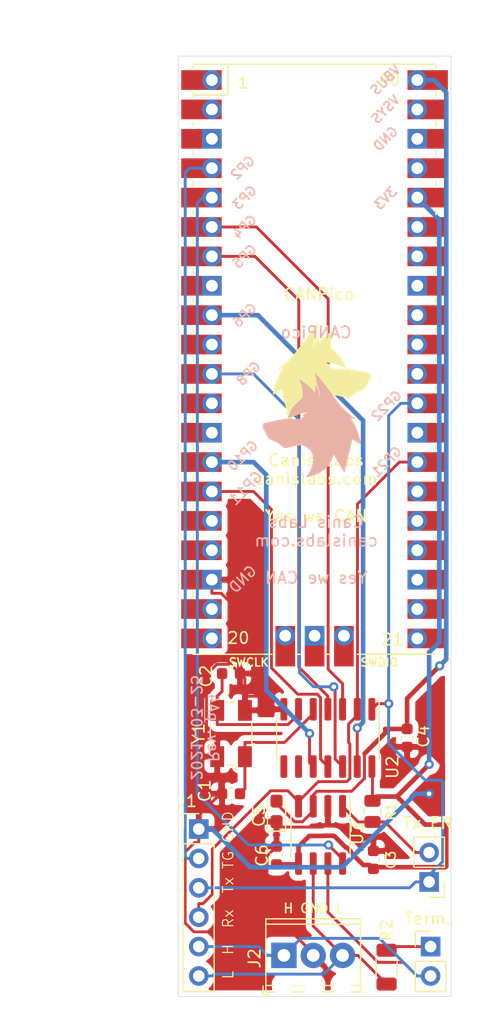
<source format=kicad_pcb>
(kicad_pcb (version 20171130) (host pcbnew "(5.1.9-0-10_14)")

  (general
    (thickness 1.6)
    (drawings 23)
    (tracks 242)
    (zones 0)
    (modules 18)
    (nets 50)
  )

  (page A4)
  (title_block
    (title "CANPico Board with Tx_EN")
    (date 2021-03-25)
    (rev pA4)
    (company "Canis Automotive Labs")
    (comment 4 "©2021 Canis/ar")
  )

  (layers
    (0 F.Cu signal)
    (31 B.Cu signal)
    (32 B.Adhes user)
    (33 F.Adhes user)
    (34 B.Paste user)
    (35 F.Paste user)
    (36 B.SilkS user)
    (37 F.SilkS user)
    (38 B.Mask user)
    (39 F.Mask user)
    (40 Dwgs.User user hide)
    (41 Cmts.User user hide)
    (42 Eco1.User user hide)
    (43 Eco2.User user hide)
    (44 Edge.Cuts user)
    (45 Margin user)
    (46 B.CrtYd user)
    (47 F.CrtYd user)
    (48 B.Fab user)
    (49 F.Fab user)
  )

  (setup
    (last_trace_width 0.25)
    (user_trace_width 0.4)
    (user_trace_width 1)
    (trace_clearance 0.2)
    (zone_clearance 0.508)
    (zone_45_only no)
    (trace_min 0.2)
    (via_size 0.8)
    (via_drill 0.4)
    (via_min_size 0.4)
    (via_min_drill 0.3)
    (user_via 1 0.4)
    (uvia_size 0.3)
    (uvia_drill 0.1)
    (uvias_allowed no)
    (uvia_min_size 0.2)
    (uvia_min_drill 0.1)
    (edge_width 0.05)
    (segment_width 0.2)
    (pcb_text_width 0.3)
    (pcb_text_size 1.5 1.5)
    (mod_edge_width 0.12)
    (mod_text_size 1 1)
    (mod_text_width 0.15)
    (pad_size 1.6 1.3)
    (pad_drill 0)
    (pad_to_mask_clearance 0)
    (aux_axis_origin 0 0)
    (visible_elements FFFFFF7F)
    (pcbplotparams
      (layerselection 0x010fc_ffffffff)
      (usegerberextensions false)
      (usegerberattributes true)
      (usegerberadvancedattributes true)
      (creategerberjobfile true)
      (excludeedgelayer true)
      (linewidth 0.100000)
      (plotframeref false)
      (viasonmask false)
      (mode 1)
      (useauxorigin false)
      (hpglpennumber 1)
      (hpglpenspeed 20)
      (hpglpendiameter 15.000000)
      (psnegative false)
      (psa4output false)
      (plotreference true)
      (plotvalue true)
      (plotinvisibletext false)
      (padsonsilk false)
      (subtractmaskfromsilk false)
      (outputformat 1)
      (mirror false)
      (drillshape 0)
      (scaleselection 1)
      (outputdirectory ""))
  )

  (net 0 "")
  (net 1 GND)
  (net 2 "Net-(C1-Pad1)")
  (net 3 "Net-(C2-Pad1)")
  (net 4 +3V3)
  (net 5 /L)
  (net 6 /H)
  (net 7 /Rx)
  (net 8 /Tx)
  (net 9 /TRIG)
  (net 10 "Net-(JP1-Pad1)")
  (net 11 "Net-(U1-Pad43)")
  (net 12 "Net-(U1-Pad41)")
  (net 13 "Net-(U1-Pad22)")
  (net 14 "Net-(U1-Pad23)")
  (net 15 "Net-(U1-Pad26)")
  (net 16 "Net-(U1-Pad28)")
  (net 17 "Net-(U1-Pad30)")
  (net 18 "Net-(U1-Pad31)")
  (net 19 "Net-(U1-Pad32)")
  (net 20 "Net-(U1-Pad33)")
  (net 21 "Net-(U1-Pad34)")
  (net 22 "Net-(U1-Pad35)")
  (net 23 "Net-(U1-Pad37)")
  (net 24 "Net-(U1-Pad38)")
  (net 25 "Net-(U1-Pad39)")
  (net 26 +5V)
  (net 27 "Net-(U1-Pad19)")
  (net 28 "Net-(U1-Pad17)")
  (net 29 "Net-(U1-Pad16)")
  (net 30 "Net-(U1-Pad13)")
  (net 31 "Net-(U1-Pad12)")
  (net 32 "Net-(U1-Pad10)")
  (net 33 /CSn)
  (net 34 "Net-(U1-Pad8)")
  (net 35 /IRQ)
  (net 36 /SOF)
  (net 37 "Net-(U1-Pad3)")
  (net 38 "Net-(U1-Pad2)")
  (net 39 "Net-(U1-Pad1)")
  (net 40 "Net-(U1-Pad20)")
  (net 41 "Net-(U1-Pad21)")
  (net 42 "Net-(U1-Pad24)")
  (net 43 "Net-(U1-Pad25)")
  (net 44 /SPI1_Tx)
  (net 45 /SPI1_SCK)
  (net 46 /SPI1_Rx)
  (net 47 /STBY)
  (net 48 "Net-(JP2-Pad2)")
  (net 49 "Net-(U1-Pad42)")

  (net_class Default "This is the default net class."
    (clearance 0.2)
    (trace_width 0.25)
    (via_dia 0.8)
    (via_drill 0.4)
    (uvia_dia 0.3)
    (uvia_drill 0.1)
    (add_net +3V3)
    (add_net +5V)
    (add_net /CSn)
    (add_net /H)
    (add_net /IRQ)
    (add_net /L)
    (add_net /Rx)
    (add_net /SOF)
    (add_net /SPI1_Rx)
    (add_net /SPI1_SCK)
    (add_net /SPI1_Tx)
    (add_net /STBY)
    (add_net /TRIG)
    (add_net /Tx)
    (add_net GND)
    (add_net "Net-(C1-Pad1)")
    (add_net "Net-(C2-Pad1)")
    (add_net "Net-(JP1-Pad1)")
    (add_net "Net-(JP2-Pad2)")
    (add_net "Net-(U1-Pad1)")
    (add_net "Net-(U1-Pad10)")
    (add_net "Net-(U1-Pad12)")
    (add_net "Net-(U1-Pad13)")
    (add_net "Net-(U1-Pad16)")
    (add_net "Net-(U1-Pad17)")
    (add_net "Net-(U1-Pad19)")
    (add_net "Net-(U1-Pad2)")
    (add_net "Net-(U1-Pad20)")
    (add_net "Net-(U1-Pad21)")
    (add_net "Net-(U1-Pad22)")
    (add_net "Net-(U1-Pad23)")
    (add_net "Net-(U1-Pad24)")
    (add_net "Net-(U1-Pad25)")
    (add_net "Net-(U1-Pad26)")
    (add_net "Net-(U1-Pad28)")
    (add_net "Net-(U1-Pad3)")
    (add_net "Net-(U1-Pad30)")
    (add_net "Net-(U1-Pad31)")
    (add_net "Net-(U1-Pad32)")
    (add_net "Net-(U1-Pad33)")
    (add_net "Net-(U1-Pad34)")
    (add_net "Net-(U1-Pad35)")
    (add_net "Net-(U1-Pad37)")
    (add_net "Net-(U1-Pad38)")
    (add_net "Net-(U1-Pad39)")
    (add_net "Net-(U1-Pad41)")
    (add_net "Net-(U1-Pad42)")
    (add_net "Net-(U1-Pad43)")
    (add_net "Net-(U1-Pad8)")
  )

  (module "Canis:Canis logo 10mm" (layer B.Cu) (tedit 6026E66F) (tstamp 605CC786)
    (at 140.589 81.915 180)
    (fp_text reference G2 (at 0 0) (layer B.SilkS) hide
      (effects (font (size 1.524 1.524) (thickness 0.3)) (justify mirror))
    )
    (fp_text value LOGO (at 0.75 0) (layer B.SilkS) hide
      (effects (font (size 1.524 1.524) (thickness 0.3)) (justify mirror))
    )
    (fp_poly (pts (xy -0.288259 4.457814) (xy -0.301713 4.361987) (xy -0.326578 4.223538) (xy -0.360054 4.05539)
      (xy -0.399344 3.870472) (xy -0.441649 3.681708) (xy -0.484172 3.502024) (xy -0.524113 3.344347)
      (xy -0.558675 3.221603) (xy -0.577678 3.164679) (xy -0.628 3.012316) (xy -0.66865 2.854709)
      (xy -0.688657 2.741346) (xy -0.70471 2.606458) (xy -0.721653 2.478212) (xy -0.728096 2.434167)
      (xy -0.737913 2.348616) (xy -0.732811 2.324435) (xy -0.715764 2.354745) (xy -0.689747 2.432667)
      (xy -0.657733 2.551323) (xy -0.634093 2.651596) (xy -0.587293 2.834201) (xy -0.527203 3.033097)
      (xy -0.466625 3.205984) (xy -0.465154 3.209764) (xy -0.418393 3.325911) (xy -0.384254 3.394118)
      (xy -0.359395 3.410292) (xy -0.340478 3.370342) (xy -0.324161 3.270175) (xy -0.307106 3.105699)
      (xy -0.297865 3.004792) (xy -0.274531 2.74639) (xy -0.158764 2.916598) (xy -0.09493 2.994687)
      (xy 0.004255 3.096946) (xy 0.130127 3.216215) (xy 0.274023 3.345339) (xy 0.42728 3.477158)
      (xy 0.581233 3.604514) (xy 0.727219 3.720251) (xy 0.856576 3.817211) (xy 0.960638 3.888234)
      (xy 1.030744 3.926165) (xy 1.058228 3.923844) (xy 1.058333 3.922164) (xy 1.044981 3.87422)
      (xy 1.010435 3.784121) (xy 0.974554 3.699737) (xy 0.84939 3.343276) (xy 0.787815 2.977639)
      (xy 0.782551 2.658952) (xy 0.797578 2.315375) (xy 0.936775 2.208287) (xy 1.018371 2.139669)
      (xy 1.133061 2.035594) (xy 1.264627 1.911068) (xy 1.377713 1.800252) (xy 1.514733 1.659344)
      (xy 1.61926 1.538252) (xy 1.706464 1.415705) (xy 1.791517 1.270432) (xy 1.887274 1.085765)
      (xy 1.962605 0.93035) (xy 2.021752 0.797563) (xy 2.059543 0.699875) (xy 2.070802 0.649761)
      (xy 2.069443 0.646573) (xy 2.014984 0.636098) (xy 1.907088 0.650645) (xy 1.757109 0.687301)
      (xy 1.5764 0.743154) (xy 1.376316 0.815294) (xy 1.310109 0.841319) (xy 1.136973 0.90633)
      (xy 0.964038 0.963502) (xy 0.79872 1.011573) (xy 0.648438 1.049286) (xy 0.520607 1.075379)
      (xy 0.422644 1.088592) (xy 0.361966 1.087667) (xy 0.345989 1.071342) (xy 0.382131 1.038358)
      (xy 0.477808 0.987456) (xy 0.493889 0.979971) (xy 0.610954 0.927141) (xy 0.71099 0.883772)
      (xy 0.758472 0.864579) (xy 0.802737 0.841444) (xy 0.781709 0.823929) (xy 0.776111 0.822126)
      (xy 0.683901 0.79286) (xy 0.646112 0.772626) (xy 0.650164 0.748346) (xy 0.675124 0.717163)
      (xy 0.733562 0.669701) (xy 0.830934 0.611364) (xy 0.899583 0.576814) (xy 1.117616 0.511317)
      (xy 1.387032 0.494171) (xy 1.70783 0.525377) (xy 1.751824 0.532726) (xy 1.845701 0.546291)
      (xy 1.938163 0.551674) (xy 2.043764 0.547858) (xy 2.17706 0.533829) (xy 2.352607 0.508567)
      (xy 2.548463 0.477086) (xy 2.828303 0.428753) (xy 3.107918 0.376371) (xy 3.376719 0.322277)
      (xy 3.624116 0.268807) (xy 3.839519 0.2183) (xy 4.012339 0.173093) (xy 4.131985 0.135523)
      (xy 4.171597 0.118804) (xy 4.243299 0.063421) (xy 4.267754 -0.018921) (xy 4.268611 -0.048188)
      (xy 4.254814 -0.128689) (xy 4.219032 -0.238463) (xy 4.169681 -0.358924) (xy 4.115174 -0.471485)
      (xy 4.063926 -0.557559) (xy 4.024353 -0.598561) (xy 4.018913 -0.599722) (xy 3.994227 -0.629859)
      (xy 3.986389 -0.685655) (xy 3.962543 -0.77487) (xy 3.899705 -0.893774) (xy 3.810924 -1.024412)
      (xy 3.709249 -1.148829) (xy 3.607729 -1.249072) (xy 3.543044 -1.295642) (xy 3.439829 -1.346823)
      (xy 3.298905 -1.407509) (xy 3.149576 -1.465131) (xy 3.139722 -1.468669) (xy 2.977634 -1.53418)
      (xy 2.854922 -1.606465) (xy 2.741489 -1.704607) (xy 2.69875 -1.74824) (xy 2.574526 -1.868521)
      (xy 2.462369 -1.946927) (xy 2.346474 -1.986467) (xy 2.211035 -1.990152) (xy 2.040244 -1.960991)
      (xy 1.847464 -1.910354) (xy 1.524319 -1.82615) (xy 1.252778 -1.775056) (xy 1.021559 -1.758193)
      (xy 0.819381 -1.776678) (xy 0.634962 -1.831633) (xy 0.457019 -1.924176) (xy 0.27427 -2.055427)
      (xy 0.258636 -2.068012) (xy 0.11604 -2.204545) (xy 0.014541 -2.357053) (xy -0.057547 -2.546177)
      (xy -0.091799 -2.687039) (xy -0.122519 -2.998149) (xy -0.092438 -3.324939) (xy -0.005146 -3.654256)
      (xy 0.135762 -3.97295) (xy 0.326694 -4.267866) (xy 0.347194 -4.294032) (xy 0.421499 -4.38991)
      (xy 0.474271 -4.462948) (xy 0.493889 -4.496879) (xy 0.48196 -4.510229) (xy 0.438966 -4.510187)
      (xy 0.354096 -4.495167) (xy 0.216539 -4.463584) (xy 0.141111 -4.445162) (xy -0.30161 -4.308151)
      (xy -0.695732 -4.128695) (xy -1.038517 -3.909125) (xy -1.327226 -3.651773) (xy -1.559119 -3.358971)
      (xy -1.73146 -3.033049) (xy -1.817538 -2.777648) (xy -1.880452 -2.539047) (xy -2.02763 -2.795287)
      (xy -2.124704 -2.960072) (xy -2.235936 -3.142678) (xy -2.333996 -3.298472) (xy -2.432239 -3.45538)
      (xy -2.541713 -3.637068) (xy -2.640013 -3.806295) (xy -2.647083 -3.81882) (xy -2.71792 -3.94032)
      (xy -2.777235 -4.03408) (xy -2.815974 -4.086129) (xy -2.824294 -4.092222) (xy -2.839876 -4.059815)
      (xy -2.864706 -3.97175) (xy -2.895272 -3.841762) (xy -2.925757 -3.695347) (xy -3.012544 -3.288576)
      (xy -3.119779 -2.84165) (xy -3.241255 -2.379743) (xy -3.313296 -2.123546) (xy -3.361417 -1.940264)
      (xy -3.403553 -1.750348) (xy -3.433515 -1.583038) (xy -3.442274 -1.514221) (xy -3.457787 -1.390012)
      (xy -3.475619 -1.296376) (xy -3.492031 -1.25273) (xy -3.492728 -1.25222) (xy -3.534182 -1.261474)
      (xy -3.609911 -1.30329) (xy -3.655662 -1.334275) (xy -3.782988 -1.422132) (xy -3.917307 -1.508829)
      (xy -4.045038 -1.586352) (xy -4.1526 -1.646686) (xy -4.226412 -1.681816) (xy -4.252128 -1.686298)
      (xy -4.254475 -1.643503) (xy -4.241155 -1.547168) (xy -4.215207 -1.41178) (xy -4.17967 -1.251828)
      (xy -4.137584 -1.081801) (xy -4.091988 -0.916189) (xy -4.087102 -0.899583) (xy -3.997265 -0.629743)
      (xy -3.886891 -0.35009) (xy -3.765926 -0.08336) (xy -3.644315 0.147716) (xy -3.58938 0.238134)
      (xy -3.513282 0.356541) (xy -3.449974 0.455664) (xy -3.410949 0.51749) (xy -3.406776 0.524278)
      (xy -3.401558 0.550979) (xy -3.438283 0.559379) (xy -3.529159 0.551341) (xy -3.558544 0.547426)
      (xy -3.660133 0.536425) (xy -3.725764 0.53502) (xy -3.739444 0.539644) (xy -3.713601 0.567096)
      (xy -3.643252 0.629166) (xy -3.539163 0.71662) (xy -3.413125 0.819406) (xy -3.078809 1.099198)
      (xy -2.794297 1.362219) (xy -2.545871 1.622406) (xy -2.319816 1.893698) (xy -2.201864 2.050207)
      (xy -1.980046 2.35232) (xy -1.756036 2.653872) (xy -1.53389 2.949669) (xy -1.317667 3.234519)
      (xy -1.111425 3.503227) (xy -0.919223 3.750601) (xy -0.745118 3.971446) (xy -0.59317 4.16057)
      (xy -0.467436 4.312779) (xy -0.371975 4.422879) (xy -0.310845 4.485678) (xy -0.289013 4.498091)
      (xy -0.288259 4.457814)) (layer B.SilkS) (width 0.01))
  )

  (module "Canis:Canis logo 10mm" (layer F.Cu) (tedit 6026E66F) (tstamp 605CC765)
    (at 141.478 77.597)
    (fp_text reference G*** (at 0 0) (layer F.SilkS) hide
      (effects (font (size 1.524 1.524) (thickness 0.3)))
    )
    (fp_text value LOGO (at 0.75 0) (layer F.SilkS) hide
      (effects (font (size 1.524 1.524) (thickness 0.3)))
    )
    (fp_poly (pts (xy -0.288259 -4.457814) (xy -0.301713 -4.361987) (xy -0.326578 -4.223538) (xy -0.360054 -4.05539)
      (xy -0.399344 -3.870472) (xy -0.441649 -3.681708) (xy -0.484172 -3.502024) (xy -0.524113 -3.344347)
      (xy -0.558675 -3.221603) (xy -0.577678 -3.164679) (xy -0.628 -3.012316) (xy -0.66865 -2.854709)
      (xy -0.688657 -2.741346) (xy -0.70471 -2.606458) (xy -0.721653 -2.478212) (xy -0.728096 -2.434167)
      (xy -0.737913 -2.348616) (xy -0.732811 -2.324435) (xy -0.715764 -2.354745) (xy -0.689747 -2.432667)
      (xy -0.657733 -2.551323) (xy -0.634093 -2.651596) (xy -0.587293 -2.834201) (xy -0.527203 -3.033097)
      (xy -0.466625 -3.205984) (xy -0.465154 -3.209764) (xy -0.418393 -3.325911) (xy -0.384254 -3.394118)
      (xy -0.359395 -3.410292) (xy -0.340478 -3.370342) (xy -0.324161 -3.270175) (xy -0.307106 -3.105699)
      (xy -0.297865 -3.004792) (xy -0.274531 -2.74639) (xy -0.158764 -2.916598) (xy -0.09493 -2.994687)
      (xy 0.004255 -3.096946) (xy 0.130127 -3.216215) (xy 0.274023 -3.345339) (xy 0.42728 -3.477158)
      (xy 0.581233 -3.604514) (xy 0.727219 -3.720251) (xy 0.856576 -3.817211) (xy 0.960638 -3.888234)
      (xy 1.030744 -3.926165) (xy 1.058228 -3.923844) (xy 1.058333 -3.922164) (xy 1.044981 -3.87422)
      (xy 1.010435 -3.784121) (xy 0.974554 -3.699737) (xy 0.84939 -3.343276) (xy 0.787815 -2.977639)
      (xy 0.782551 -2.658952) (xy 0.797578 -2.315375) (xy 0.936775 -2.208287) (xy 1.018371 -2.139669)
      (xy 1.133061 -2.035594) (xy 1.264627 -1.911068) (xy 1.377713 -1.800252) (xy 1.514733 -1.659344)
      (xy 1.61926 -1.538252) (xy 1.706464 -1.415705) (xy 1.791517 -1.270432) (xy 1.887274 -1.085765)
      (xy 1.962605 -0.93035) (xy 2.021752 -0.797563) (xy 2.059543 -0.699875) (xy 2.070802 -0.649761)
      (xy 2.069443 -0.646573) (xy 2.014984 -0.636098) (xy 1.907088 -0.650645) (xy 1.757109 -0.687301)
      (xy 1.5764 -0.743154) (xy 1.376316 -0.815294) (xy 1.310109 -0.841319) (xy 1.136973 -0.90633)
      (xy 0.964038 -0.963502) (xy 0.79872 -1.011573) (xy 0.648438 -1.049286) (xy 0.520607 -1.075379)
      (xy 0.422644 -1.088592) (xy 0.361966 -1.087667) (xy 0.345989 -1.071342) (xy 0.382131 -1.038358)
      (xy 0.477808 -0.987456) (xy 0.493889 -0.979971) (xy 0.610954 -0.927141) (xy 0.71099 -0.883772)
      (xy 0.758472 -0.864579) (xy 0.802737 -0.841444) (xy 0.781709 -0.823929) (xy 0.776111 -0.822126)
      (xy 0.683901 -0.79286) (xy 0.646112 -0.772626) (xy 0.650164 -0.748346) (xy 0.675124 -0.717163)
      (xy 0.733562 -0.669701) (xy 0.830934 -0.611364) (xy 0.899583 -0.576814) (xy 1.117616 -0.511317)
      (xy 1.387032 -0.494171) (xy 1.70783 -0.525377) (xy 1.751824 -0.532726) (xy 1.845701 -0.546291)
      (xy 1.938163 -0.551674) (xy 2.043764 -0.547858) (xy 2.17706 -0.533829) (xy 2.352607 -0.508567)
      (xy 2.548463 -0.477086) (xy 2.828303 -0.428753) (xy 3.107918 -0.376371) (xy 3.376719 -0.322277)
      (xy 3.624116 -0.268807) (xy 3.839519 -0.2183) (xy 4.012339 -0.173093) (xy 4.131985 -0.135523)
      (xy 4.171597 -0.118804) (xy 4.243299 -0.063421) (xy 4.267754 0.018921) (xy 4.268611 0.048188)
      (xy 4.254814 0.128689) (xy 4.219032 0.238463) (xy 4.169681 0.358924) (xy 4.115174 0.471485)
      (xy 4.063926 0.557559) (xy 4.024353 0.598561) (xy 4.018913 0.599722) (xy 3.994227 0.629859)
      (xy 3.986389 0.685655) (xy 3.962543 0.77487) (xy 3.899705 0.893774) (xy 3.810924 1.024412)
      (xy 3.709249 1.148829) (xy 3.607729 1.249072) (xy 3.543044 1.295642) (xy 3.439829 1.346823)
      (xy 3.298905 1.407509) (xy 3.149576 1.465131) (xy 3.139722 1.468669) (xy 2.977634 1.53418)
      (xy 2.854922 1.606465) (xy 2.741489 1.704607) (xy 2.69875 1.74824) (xy 2.574526 1.868521)
      (xy 2.462369 1.946927) (xy 2.346474 1.986467) (xy 2.211035 1.990152) (xy 2.040244 1.960991)
      (xy 1.847464 1.910354) (xy 1.524319 1.82615) (xy 1.252778 1.775056) (xy 1.021559 1.758193)
      (xy 0.819381 1.776678) (xy 0.634962 1.831633) (xy 0.457019 1.924176) (xy 0.27427 2.055427)
      (xy 0.258636 2.068012) (xy 0.11604 2.204545) (xy 0.014541 2.357053) (xy -0.057547 2.546177)
      (xy -0.091799 2.687039) (xy -0.122519 2.998149) (xy -0.092438 3.324939) (xy -0.005146 3.654256)
      (xy 0.135762 3.97295) (xy 0.326694 4.267866) (xy 0.347194 4.294032) (xy 0.421499 4.38991)
      (xy 0.474271 4.462948) (xy 0.493889 4.496879) (xy 0.48196 4.510229) (xy 0.438966 4.510187)
      (xy 0.354096 4.495167) (xy 0.216539 4.463584) (xy 0.141111 4.445162) (xy -0.30161 4.308151)
      (xy -0.695732 4.128695) (xy -1.038517 3.909125) (xy -1.327226 3.651773) (xy -1.559119 3.358971)
      (xy -1.73146 3.033049) (xy -1.817538 2.777648) (xy -1.880452 2.539047) (xy -2.02763 2.795287)
      (xy -2.124704 2.960072) (xy -2.235936 3.142678) (xy -2.333996 3.298472) (xy -2.432239 3.45538)
      (xy -2.541713 3.637068) (xy -2.640013 3.806295) (xy -2.647083 3.81882) (xy -2.71792 3.94032)
      (xy -2.777235 4.03408) (xy -2.815974 4.086129) (xy -2.824294 4.092222) (xy -2.839876 4.059815)
      (xy -2.864706 3.97175) (xy -2.895272 3.841762) (xy -2.925757 3.695347) (xy -3.012544 3.288576)
      (xy -3.119779 2.84165) (xy -3.241255 2.379743) (xy -3.313296 2.123546) (xy -3.361417 1.940264)
      (xy -3.403553 1.750348) (xy -3.433515 1.583038) (xy -3.442274 1.514221) (xy -3.457787 1.390012)
      (xy -3.475619 1.296376) (xy -3.492031 1.25273) (xy -3.492728 1.25222) (xy -3.534182 1.261474)
      (xy -3.609911 1.30329) (xy -3.655662 1.334275) (xy -3.782988 1.422132) (xy -3.917307 1.508829)
      (xy -4.045038 1.586352) (xy -4.1526 1.646686) (xy -4.226412 1.681816) (xy -4.252128 1.686298)
      (xy -4.254475 1.643503) (xy -4.241155 1.547168) (xy -4.215207 1.41178) (xy -4.17967 1.251828)
      (xy -4.137584 1.081801) (xy -4.091988 0.916189) (xy -4.087102 0.899583) (xy -3.997265 0.629743)
      (xy -3.886891 0.35009) (xy -3.765926 0.08336) (xy -3.644315 -0.147716) (xy -3.58938 -0.238134)
      (xy -3.513282 -0.356541) (xy -3.449974 -0.455664) (xy -3.410949 -0.51749) (xy -3.406776 -0.524278)
      (xy -3.401558 -0.550979) (xy -3.438283 -0.559379) (xy -3.529159 -0.551341) (xy -3.558544 -0.547426)
      (xy -3.660133 -0.536425) (xy -3.725764 -0.53502) (xy -3.739444 -0.539644) (xy -3.713601 -0.567096)
      (xy -3.643252 -0.629166) (xy -3.539163 -0.71662) (xy -3.413125 -0.819406) (xy -3.078809 -1.099198)
      (xy -2.794297 -1.362219) (xy -2.545871 -1.622406) (xy -2.319816 -1.893698) (xy -2.201864 -2.050207)
      (xy -1.980046 -2.35232) (xy -1.756036 -2.653872) (xy -1.53389 -2.949669) (xy -1.317667 -3.234519)
      (xy -1.111425 -3.503227) (xy -0.919223 -3.750601) (xy -0.745118 -3.971446) (xy -0.59317 -4.16057)
      (xy -0.467436 -4.312779) (xy -0.371975 -4.422879) (xy -0.310845 -4.485678) (xy -0.289013 -4.498091)
      (xy -0.288259 -4.457814)) (layer F.SilkS) (width 0.01))
  )

  (module Crystal:Crystal_SMD_Abracon_ABM3B-4Pin_5.0x3.2mm (layer F.Cu) (tedit 5A0FD1B2) (tstamp 6053B597)
    (at 133.604 108.585 90)
    (descr "Abracon Miniature Ceramic Smd Crystal ABM3B http://www.abracon.com/Resonators/abm3b.pdf, 5.0x3.2mm^2 package")
    (tags "SMD SMT crystal")
    (path /602FA2F9)
    (attr smd)
    (fp_text reference Y1 (at 0 -2.8 90) (layer F.SilkS)
      (effects (font (size 1 1) (thickness 0.15)))
    )
    (fp_text value "40MHz Crystal" (at 0 2.8 90) (layer F.Fab)
      (effects (font (size 1 1) (thickness 0.15)))
    )
    (fp_circle (center 0 0) (end 0.116667 0) (layer F.Adhes) (width 0.233333))
    (fp_circle (center 0 0) (end 0.266667 0) (layer F.Adhes) (width 0.166667))
    (fp_circle (center 0 0) (end 0.416667 0) (layer F.Adhes) (width 0.166667))
    (fp_circle (center 0 0) (end 0.5 0) (layer F.Adhes) (width 0.1))
    (fp_line (start 3.2 -2.1) (end -3.2 -2.1) (layer F.CrtYd) (width 0.05))
    (fp_line (start 3.2 2.1) (end 3.2 -2.1) (layer F.CrtYd) (width 0.05))
    (fp_line (start -3.2 2.1) (end 3.2 2.1) (layer F.CrtYd) (width 0.05))
    (fp_line (start -3.2 -2.1) (end -3.2 2.1) (layer F.CrtYd) (width 0.05))
    (fp_line (start -0.9 1.8) (end -0.9 2.04) (layer F.SilkS) (width 0.12))
    (fp_line (start 0.9 1.8) (end -0.9 1.8) (layer F.SilkS) (width 0.12))
    (fp_line (start -0.9 -1.8) (end 0.9 -1.8) (layer F.SilkS) (width 0.12))
    (fp_line (start 2.7 -0.4) (end 2.7 0.4) (layer F.SilkS) (width 0.12))
    (fp_line (start -2.7 0.4) (end -2.7 -0.4) (layer F.SilkS) (width 0.12))
    (fp_line (start -3.1 0.4) (end -2.7 0.4) (layer F.SilkS) (width 0.12))
    (fp_line (start -2.5 0.6) (end -1.5 1.6) (layer F.Fab) (width 0.1))
    (fp_line (start -2.5 -1.4) (end -2.3 -1.6) (layer F.Fab) (width 0.1))
    (fp_line (start -2.5 1.4) (end -2.5 -1.4) (layer F.Fab) (width 0.1))
    (fp_line (start -2.3 1.6) (end -2.5 1.4) (layer F.Fab) (width 0.1))
    (fp_line (start 2.3 1.6) (end -2.3 1.6) (layer F.Fab) (width 0.1))
    (fp_line (start 2.5 1.4) (end 2.3 1.6) (layer F.Fab) (width 0.1))
    (fp_line (start 2.5 -1.4) (end 2.5 1.4) (layer F.Fab) (width 0.1))
    (fp_line (start 2.3 -1.6) (end 2.5 -1.4) (layer F.Fab) (width 0.1))
    (fp_line (start -2.3 -1.6) (end 2.3 -1.6) (layer F.Fab) (width 0.1))
    (fp_text user %R (at 0 0 90) (layer F.Fab)
      (effects (font (size 1 1) (thickness 0.15)))
    )
    (pad 4 smd rect (at -2 -1.2 90) (size 1.8 1.2) (layers F.Cu F.Paste F.Mask)
      (net 1 GND))
    (pad 3 smd rect (at 2 -1.2 90) (size 1.8 1.2) (layers F.Cu F.Paste F.Mask)
      (net 3 "Net-(C2-Pad1)"))
    (pad 2 smd rect (at 2 1.2 90) (size 1.8 1.2) (layers F.Cu F.Paste F.Mask)
      (net 1 GND))
    (pad 1 smd rect (at -2 1.2 90) (size 1.8 1.2) (layers F.Cu F.Paste F.Mask)
      (net 2 "Net-(C1-Pad1)"))
    (model ${KISYS3DMOD}/Crystal.3dshapes/Crystal_SMD_Abracon_ABM3B-4Pin_5.0x3.2mm.wrl
      (at (xyz 0 0 0))
      (scale (xyz 1 1 1))
      (rotate (xyz 0 0 0))
    )
  )

  (module Resistor_SMD:R_1206_3216Metric (layer F.Cu) (tedit 5F68FEEE) (tstamp 6053B587)
    (at 147.066 128.778 270)
    (descr "Resistor SMD 1206 (3216 Metric), square (rectangular) end terminal, IPC_7351 nominal, (Body size source: IPC-SM-782 page 72, https://www.pcb-3d.com/wordpress/wp-content/uploads/ipc-sm-782a_amendment_1_and_2.pdf), generated with kicad-footprint-generator")
    (tags resistor)
    (path /602F78CE)
    (attr smd)
    (fp_text reference R2 (at -3.175 0 90) (layer F.SilkS)
      (effects (font (size 1 1) (thickness 0.15)))
    )
    (fp_text value 120R (at 0 1.82 90) (layer F.Fab)
      (effects (font (size 1 1) (thickness 0.15)))
    )
    (fp_line (start 2.28 1.12) (end -2.28 1.12) (layer F.CrtYd) (width 0.05))
    (fp_line (start 2.28 -1.12) (end 2.28 1.12) (layer F.CrtYd) (width 0.05))
    (fp_line (start -2.28 -1.12) (end 2.28 -1.12) (layer F.CrtYd) (width 0.05))
    (fp_line (start -2.28 1.12) (end -2.28 -1.12) (layer F.CrtYd) (width 0.05))
    (fp_line (start -0.727064 0.91) (end 0.727064 0.91) (layer F.SilkS) (width 0.12))
    (fp_line (start -0.727064 -0.91) (end 0.727064 -0.91) (layer F.SilkS) (width 0.12))
    (fp_line (start 1.6 0.8) (end -1.6 0.8) (layer F.Fab) (width 0.1))
    (fp_line (start 1.6 -0.8) (end 1.6 0.8) (layer F.Fab) (width 0.1))
    (fp_line (start -1.6 -0.8) (end 1.6 -0.8) (layer F.Fab) (width 0.1))
    (fp_line (start -1.6 0.8) (end -1.6 -0.8) (layer F.Fab) (width 0.1))
    (fp_text user %R (at 0 0 90) (layer F.Fab)
      (effects (font (size 0.8 0.8) (thickness 0.12)))
    )
    (pad 2 smd roundrect (at 1.4625 0 270) (size 1.125 1.75) (layers F.Cu F.Paste F.Mask) (roundrect_rratio 0.2222213333333333)
      (net 5 /L))
    (pad 1 smd roundrect (at -1.4625 0 270) (size 1.125 1.75) (layers F.Cu F.Paste F.Mask) (roundrect_rratio 0.2222213333333333)
      (net 10 "Net-(JP1-Pad1)"))
    (model ${KISYS3DMOD}/Resistor_SMD.3dshapes/R_1206_3216Metric.wrl
      (at (xyz 0 0 0))
      (scale (xyz 1 1 1))
      (rotate (xyz 0 0 0))
    )
  )

  (module Resistor_SMD:R_0805_2012Metric (layer F.Cu) (tedit 5F68FEEE) (tstamp 6053B577)
    (at 145.847 115.316 270)
    (descr "Resistor SMD 0805 (2012 Metric), square (rectangular) end terminal, IPC_7351 nominal, (Body size source: IPC-SM-782 page 72, https://www.pcb-3d.com/wordpress/wp-content/uploads/ipc-sm-782a_amendment_1_and_2.pdf), generated with kicad-footprint-generator")
    (tags resistor)
    (path /602F84C0)
    (attr smd)
    (fp_text reference R1 (at 0 -1.6 270) (layer F.SilkS)
      (effects (font (size 0.8 0.8) (thickness 0.15)))
    )
    (fp_text value 6k8 (at 0 1.65 90) (layer F.Fab)
      (effects (font (size 1 1) (thickness 0.15)))
    )
    (fp_line (start 1.68 0.95) (end -1.68 0.95) (layer F.CrtYd) (width 0.05))
    (fp_line (start 1.68 -0.95) (end 1.68 0.95) (layer F.CrtYd) (width 0.05))
    (fp_line (start -1.68 -0.95) (end 1.68 -0.95) (layer F.CrtYd) (width 0.05))
    (fp_line (start -1.68 0.95) (end -1.68 -0.95) (layer F.CrtYd) (width 0.05))
    (fp_line (start -0.227064 0.735) (end 0.227064 0.735) (layer F.SilkS) (width 0.12))
    (fp_line (start -0.227064 -0.735) (end 0.227064 -0.735) (layer F.SilkS) (width 0.12))
    (fp_line (start 1 0.625) (end -1 0.625) (layer F.Fab) (width 0.1))
    (fp_line (start 1 -0.625) (end 1 0.625) (layer F.Fab) (width 0.1))
    (fp_line (start -1 -0.625) (end 1 -0.625) (layer F.Fab) (width 0.1))
    (fp_line (start -1 0.625) (end -1 -0.625) (layer F.Fab) (width 0.1))
    (fp_text user %R (at 0 0 90) (layer F.Fab)
      (effects (font (size 0.5 0.5) (thickness 0.08)))
    )
    (pad 2 smd roundrect (at 0.9125 0 270) (size 1.025 1.4) (layers F.Cu F.Paste F.Mask) (roundrect_rratio 0.2439014634146341)
      (net 48 "Net-(JP2-Pad2)"))
    (pad 1 smd roundrect (at -0.9125 0 270) (size 1.025 1.4) (layers F.Cu F.Paste F.Mask) (roundrect_rratio 0.2439014634146341)
      (net 4 +3V3))
    (model ${KISYS3DMOD}/Resistor_SMD.3dshapes/R_0805_2012Metric.wrl
      (at (xyz 0 0 0))
      (scale (xyz 1 1 1))
      (rotate (xyz 0 0 0))
    )
  )

  (module Capacitor_SMD:C_0603_1608Metric (layer F.Cu) (tedit 5F68FEEE) (tstamp 6053B567)
    (at 137.541 119.126 90)
    (descr "Capacitor SMD 0603 (1608 Metric), square (rectangular) end terminal, IPC_7351 nominal, (Body size source: IPC-SM-782 page 76, https://www.pcb-3d.com/wordpress/wp-content/uploads/ipc-sm-782a_amendment_1_and_2.pdf), generated with kicad-footprint-generator")
    (tags capacitor)
    (path /603CC2B7)
    (attr smd)
    (fp_text reference C6 (at 0 -1.27 90) (layer F.SilkS)
      (effects (font (size 1 1) (thickness 0.15)))
    )
    (fp_text value 100nf (at 0 1.43 90) (layer F.Fab)
      (effects (font (size 1 1) (thickness 0.15)))
    )
    (fp_line (start 1.48 0.73) (end -1.48 0.73) (layer F.CrtYd) (width 0.05))
    (fp_line (start 1.48 -0.73) (end 1.48 0.73) (layer F.CrtYd) (width 0.05))
    (fp_line (start -1.48 -0.73) (end 1.48 -0.73) (layer F.CrtYd) (width 0.05))
    (fp_line (start -1.48 0.73) (end -1.48 -0.73) (layer F.CrtYd) (width 0.05))
    (fp_line (start -0.14058 0.51) (end 0.14058 0.51) (layer F.SilkS) (width 0.12))
    (fp_line (start -0.14058 -0.51) (end 0.14058 -0.51) (layer F.SilkS) (width 0.12))
    (fp_line (start 0.8 0.4) (end -0.8 0.4) (layer F.Fab) (width 0.1))
    (fp_line (start 0.8 -0.4) (end 0.8 0.4) (layer F.Fab) (width 0.1))
    (fp_line (start -0.8 -0.4) (end 0.8 -0.4) (layer F.Fab) (width 0.1))
    (fp_line (start -0.8 0.4) (end -0.8 -0.4) (layer F.Fab) (width 0.1))
    (fp_text user %R (at 0 0 90) (layer F.Fab)
      (effects (font (size 0.4 0.4) (thickness 0.06)))
    )
    (pad 2 smd roundrect (at 0.775 0 90) (size 0.9 0.95) (layers F.Cu F.Paste F.Mask) (roundrect_rratio 0.25)
      (net 1 GND))
    (pad 1 smd roundrect (at -0.775 0 90) (size 0.9 0.95) (layers F.Cu F.Paste F.Mask) (roundrect_rratio 0.25)
      (net 4 +3V3))
    (model ${KISYS3DMOD}/Capacitor_SMD.3dshapes/C_0603_1608Metric.wrl
      (at (xyz 0 0 0))
      (scale (xyz 1 1 1))
      (rotate (xyz 0 0 0))
    )
  )

  (module Capacitor_Tantalum_SMD:CP_EIA-2012-15_AVX-P (layer F.Cu) (tedit 5EBA9318) (tstamp 6053B555)
    (at 137.541 115.316 90)
    (descr "Tantalum Capacitor SMD AVX-P (2012-15 Metric), IPC_7351 nominal, (Body size from: https://www.vishay.com/docs/40182/tmch.pdf), generated with kicad-footprint-generator")
    (tags "capacitor tantalum")
    (path /602F87E7)
    (attr smd)
    (fp_text reference C5 (at -0.381 -1.524 90) (layer F.SilkS)
      (effects (font (size 1 1) (thickness 0.15)))
    )
    (fp_text value 4.7uF (at 0 1.58 90) (layer F.Fab)
      (effects (font (size 1 1) (thickness 0.15)))
    )
    (fp_line (start 1.7 0.88) (end -1.7 0.88) (layer F.CrtYd) (width 0.05))
    (fp_line (start 1.7 -0.88) (end 1.7 0.88) (layer F.CrtYd) (width 0.05))
    (fp_line (start -1.7 -0.88) (end 1.7 -0.88) (layer F.CrtYd) (width 0.05))
    (fp_line (start -1.7 0.88) (end -1.7 -0.88) (layer F.CrtYd) (width 0.05))
    (fp_line (start -1.71 0.785) (end 1 0.785) (layer F.SilkS) (width 0.12))
    (fp_line (start -1.71 -0.785) (end -1.71 0.785) (layer F.SilkS) (width 0.12))
    (fp_line (start 1 -0.785) (end -1.71 -0.785) (layer F.SilkS) (width 0.12))
    (fp_line (start 1 0.625) (end 1 -0.625) (layer F.Fab) (width 0.1))
    (fp_line (start -1 0.625) (end 1 0.625) (layer F.Fab) (width 0.1))
    (fp_line (start -1 -0.3125) (end -1 0.625) (layer F.Fab) (width 0.1))
    (fp_line (start -0.6875 -0.625) (end -1 -0.3125) (layer F.Fab) (width 0.1))
    (fp_line (start 1 -0.625) (end -0.6875 -0.625) (layer F.Fab) (width 0.1))
    (fp_text user %R (at 0 0 90) (layer F.Fab)
      (effects (font (size 0.5 0.5) (thickness 0.08)))
    )
    (pad 2 smd roundrect (at 0.8875 0 90) (size 1.125 1.05) (layers F.Cu F.Paste F.Mask) (roundrect_rratio 0.2380942857142857)
      (net 26 +5V))
    (pad 1 smd roundrect (at -0.8875 0 90) (size 1.125 1.05) (layers F.Cu F.Paste F.Mask) (roundrect_rratio 0.2380942857142857)
      (net 1 GND))
    (model ${KISYS3DMOD}/Capacitor_Tantalum_SMD.3dshapes/CP_EIA-2012-15_AVX-P.wrl
      (at (xyz 0 0 0))
      (scale (xyz 1 1 1))
      (rotate (xyz 0 0 0))
    )
  )

  (module Capacitor_SMD:C_0603_1608Metric (layer F.Cu) (tedit 5F68FEEE) (tstamp 6053B545)
    (at 148.844 108.966 90)
    (descr "Capacitor SMD 0603 (1608 Metric), square (rectangular) end terminal, IPC_7351 nominal, (Body size source: IPC-SM-782 page 76, https://www.pcb-3d.com/wordpress/wp-content/uploads/ipc-sm-782a_amendment_1_and_2.pdf), generated with kicad-footprint-generator")
    (tags capacitor)
    (path /602F98BE)
    (attr smd)
    (fp_text reference C4 (at 0.127 1.397 90) (layer F.SilkS)
      (effects (font (size 1 1) (thickness 0.15)))
    )
    (fp_text value 100nf (at 0 1.43 90) (layer F.Fab)
      (effects (font (size 1 1) (thickness 0.15)))
    )
    (fp_line (start 1.48 0.73) (end -1.48 0.73) (layer F.CrtYd) (width 0.05))
    (fp_line (start 1.48 -0.73) (end 1.48 0.73) (layer F.CrtYd) (width 0.05))
    (fp_line (start -1.48 -0.73) (end 1.48 -0.73) (layer F.CrtYd) (width 0.05))
    (fp_line (start -1.48 0.73) (end -1.48 -0.73) (layer F.CrtYd) (width 0.05))
    (fp_line (start -0.14058 0.51) (end 0.14058 0.51) (layer F.SilkS) (width 0.12))
    (fp_line (start -0.14058 -0.51) (end 0.14058 -0.51) (layer F.SilkS) (width 0.12))
    (fp_line (start 0.8 0.4) (end -0.8 0.4) (layer F.Fab) (width 0.1))
    (fp_line (start 0.8 -0.4) (end 0.8 0.4) (layer F.Fab) (width 0.1))
    (fp_line (start -0.8 -0.4) (end 0.8 -0.4) (layer F.Fab) (width 0.1))
    (fp_line (start -0.8 0.4) (end -0.8 -0.4) (layer F.Fab) (width 0.1))
    (fp_text user %R (at 0 0 90) (layer F.Fab)
      (effects (font (size 0.4 0.4) (thickness 0.06)))
    )
    (pad 2 smd roundrect (at 0.775 0 90) (size 0.9 0.95) (layers F.Cu F.Paste F.Mask) (roundrect_rratio 0.25)
      (net 26 +5V))
    (pad 1 smd roundrect (at -0.775 0 90) (size 0.9 0.95) (layers F.Cu F.Paste F.Mask) (roundrect_rratio 0.25)
      (net 1 GND))
    (model ${KISYS3DMOD}/Capacitor_SMD.3dshapes/C_0603_1608Metric.wrl
      (at (xyz 0 0 0))
      (scale (xyz 1 1 1))
      (rotate (xyz 0 0 0))
    )
  )

  (module Capacitor_SMD:C_0603_1608Metric (layer F.Cu) (tedit 5F68FEEE) (tstamp 6053B535)
    (at 145.923 119.507 270)
    (descr "Capacitor SMD 0603 (1608 Metric), square (rectangular) end terminal, IPC_7351 nominal, (Body size source: IPC-SM-782 page 76, https://www.pcb-3d.com/wordpress/wp-content/uploads/ipc-sm-782a_amendment_1_and_2.pdf), generated with kicad-footprint-generator")
    (tags capacitor)
    (path /603067A8)
    (attr smd)
    (fp_text reference C3 (at 0 -1.524 270) (layer F.SilkS)
      (effects (font (size 0.8 0.8) (thickness 0.15)))
    )
    (fp_text value 100nf (at 0 1.43 90) (layer F.Fab)
      (effects (font (size 1 1) (thickness 0.15)))
    )
    (fp_line (start 1.48 0.73) (end -1.48 0.73) (layer F.CrtYd) (width 0.05))
    (fp_line (start 1.48 -0.73) (end 1.48 0.73) (layer F.CrtYd) (width 0.05))
    (fp_line (start -1.48 -0.73) (end 1.48 -0.73) (layer F.CrtYd) (width 0.05))
    (fp_line (start -1.48 0.73) (end -1.48 -0.73) (layer F.CrtYd) (width 0.05))
    (fp_line (start -0.14058 0.51) (end 0.14058 0.51) (layer F.SilkS) (width 0.12))
    (fp_line (start -0.14058 -0.51) (end 0.14058 -0.51) (layer F.SilkS) (width 0.12))
    (fp_line (start 0.8 0.4) (end -0.8 0.4) (layer F.Fab) (width 0.1))
    (fp_line (start 0.8 -0.4) (end 0.8 0.4) (layer F.Fab) (width 0.1))
    (fp_line (start -0.8 -0.4) (end 0.8 -0.4) (layer F.Fab) (width 0.1))
    (fp_line (start -0.8 0.4) (end -0.8 -0.4) (layer F.Fab) (width 0.1))
    (fp_text user %R (at 0 0 90) (layer F.Fab)
      (effects (font (size 0.4 0.4) (thickness 0.06)))
    )
    (pad 2 smd roundrect (at 0.775 0 270) (size 0.9 0.95) (layers F.Cu F.Paste F.Mask) (roundrect_rratio 0.25)
      (net 4 +3V3))
    (pad 1 smd roundrect (at -0.775 0 270) (size 0.9 0.95) (layers F.Cu F.Paste F.Mask) (roundrect_rratio 0.25)
      (net 1 GND))
    (model ${KISYS3DMOD}/Capacitor_SMD.3dshapes/C_0603_1608Metric.wrl
      (at (xyz 0 0 0))
      (scale (xyz 1 1 1))
      (rotate (xyz 0 0 0))
    )
  )

  (module Capacitor_SMD:C_0603_1608Metric (layer F.Cu) (tedit 5F68FEEE) (tstamp 6053B525)
    (at 133.604 103.403)
    (descr "Capacitor SMD 0603 (1608 Metric), square (rectangular) end terminal, IPC_7351 nominal, (Body size source: IPC-SM-782 page 76, https://www.pcb-3d.com/wordpress/wp-content/uploads/ipc-sm-782a_amendment_1_and_2.pdf), generated with kicad-footprint-generator")
    (tags capacitor)
    (path /602FB8E9)
    (attr smd)
    (fp_text reference C2 (at -2.159 0.229 90) (layer F.SilkS)
      (effects (font (size 1 1) (thickness 0.15)))
    )
    (fp_text value 22pF (at 0 1.43) (layer F.Fab)
      (effects (font (size 1 1) (thickness 0.15)))
    )
    (fp_line (start 1.48 0.73) (end -1.48 0.73) (layer F.CrtYd) (width 0.05))
    (fp_line (start 1.48 -0.73) (end 1.48 0.73) (layer F.CrtYd) (width 0.05))
    (fp_line (start -1.48 -0.73) (end 1.48 -0.73) (layer F.CrtYd) (width 0.05))
    (fp_line (start -1.48 0.73) (end -1.48 -0.73) (layer F.CrtYd) (width 0.05))
    (fp_line (start -0.14058 0.51) (end 0.14058 0.51) (layer F.SilkS) (width 0.12))
    (fp_line (start -0.14058 -0.51) (end 0.14058 -0.51) (layer F.SilkS) (width 0.12))
    (fp_line (start 0.8 0.4) (end -0.8 0.4) (layer F.Fab) (width 0.1))
    (fp_line (start 0.8 -0.4) (end 0.8 0.4) (layer F.Fab) (width 0.1))
    (fp_line (start -0.8 -0.4) (end 0.8 -0.4) (layer F.Fab) (width 0.1))
    (fp_line (start -0.8 0.4) (end -0.8 -0.4) (layer F.Fab) (width 0.1))
    (fp_text user %R (at 0 0) (layer F.Fab)
      (effects (font (size 0.4 0.4) (thickness 0.06)))
    )
    (pad 2 smd roundrect (at 0.775 0) (size 0.9 0.95) (layers F.Cu F.Paste F.Mask) (roundrect_rratio 0.25)
      (net 1 GND))
    (pad 1 smd roundrect (at -0.775 0) (size 0.9 0.95) (layers F.Cu F.Paste F.Mask) (roundrect_rratio 0.25)
      (net 3 "Net-(C2-Pad1)"))
    (model ${KISYS3DMOD}/Capacitor_SMD.3dshapes/C_0603_1608Metric.wrl
      (at (xyz 0 0 0))
      (scale (xyz 1 1 1))
      (rotate (xyz 0 0 0))
    )
  )

  (module Capacitor_SMD:C_0603_1608Metric (layer F.Cu) (tedit 5F68FEEE) (tstamp 6053B515)
    (at 133.604 113.792 180)
    (descr "Capacitor SMD 0603 (1608 Metric), square (rectangular) end terminal, IPC_7351 nominal, (Body size source: IPC-SM-782 page 76, https://www.pcb-3d.com/wordpress/wp-content/uploads/ipc-sm-782a_amendment_1_and_2.pdf), generated with kicad-footprint-generator")
    (tags capacitor)
    (path /602FCC1A)
    (attr smd)
    (fp_text reference C1 (at 2.286 0.254 90) (layer F.SilkS)
      (effects (font (size 1 1) (thickness 0.15)))
    )
    (fp_text value 22pF (at 0 1.43) (layer F.Fab)
      (effects (font (size 1 1) (thickness 0.15)))
    )
    (fp_line (start 1.48 0.73) (end -1.48 0.73) (layer F.CrtYd) (width 0.05))
    (fp_line (start 1.48 -0.73) (end 1.48 0.73) (layer F.CrtYd) (width 0.05))
    (fp_line (start -1.48 -0.73) (end 1.48 -0.73) (layer F.CrtYd) (width 0.05))
    (fp_line (start -1.48 0.73) (end -1.48 -0.73) (layer F.CrtYd) (width 0.05))
    (fp_line (start -0.14058 0.51) (end 0.14058 0.51) (layer F.SilkS) (width 0.12))
    (fp_line (start -0.14058 -0.51) (end 0.14058 -0.51) (layer F.SilkS) (width 0.12))
    (fp_line (start 0.8 0.4) (end -0.8 0.4) (layer F.Fab) (width 0.1))
    (fp_line (start 0.8 -0.4) (end 0.8 0.4) (layer F.Fab) (width 0.1))
    (fp_line (start -0.8 -0.4) (end 0.8 -0.4) (layer F.Fab) (width 0.1))
    (fp_line (start -0.8 0.4) (end -0.8 -0.4) (layer F.Fab) (width 0.1))
    (fp_text user %R (at 0 0) (layer F.Fab)
      (effects (font (size 0.4 0.4) (thickness 0.06)))
    )
    (pad 2 smd roundrect (at 0.775 0 180) (size 0.9 0.95) (layers F.Cu F.Paste F.Mask) (roundrect_rratio 0.25)
      (net 1 GND))
    (pad 1 smd roundrect (at -0.775 0 180) (size 0.9 0.95) (layers F.Cu F.Paste F.Mask) (roundrect_rratio 0.25)
      (net 2 "Net-(C1-Pad1)"))
    (model ${KISYS3DMOD}/Capacitor_SMD.3dshapes/C_0603_1608Metric.wrl
      (at (xyz 0 0 0))
      (scale (xyz 1 1 1))
      (rotate (xyz 0 0 0))
    )
  )

  (module Connector_PinHeader_2.54mm:PinHeader_1x02_P2.54mm_Vertical (layer F.Cu) (tedit 59FED5CC) (tstamp 6050B913)
    (at 150.749 121.412 180)
    (descr "Through hole straight pin header, 1x02, 2.54mm pitch, single row")
    (tags "Through hole pin header THT 1x02 2.54mm single row")
    (path /6050CE12)
    (fp_text reference JP2 (at 0.127 1.397 90) (layer F.Fab)
      (effects (font (size 1 1) (thickness 0.15)))
    )
    (fp_text value Tx_EN (at 0.127 5.08) (layer F.SilkS)
      (effects (font (size 1 1) (thickness 0.15)))
    )
    (fp_line (start 1.8 -1.8) (end -1.8 -1.8) (layer F.CrtYd) (width 0.05))
    (fp_line (start 1.8 4.35) (end 1.8 -1.8) (layer F.CrtYd) (width 0.05))
    (fp_line (start -1.8 4.35) (end 1.8 4.35) (layer F.CrtYd) (width 0.05))
    (fp_line (start -1.8 -1.8) (end -1.8 4.35) (layer F.CrtYd) (width 0.05))
    (fp_line (start -1.33 -1.33) (end 0 -1.33) (layer F.SilkS) (width 0.12))
    (fp_line (start -1.33 0) (end -1.33 -1.33) (layer F.SilkS) (width 0.12))
    (fp_line (start -1.33 1.27) (end 1.33 1.27) (layer F.SilkS) (width 0.12))
    (fp_line (start 1.33 1.27) (end 1.33 3.87) (layer F.SilkS) (width 0.12))
    (fp_line (start -1.33 1.27) (end -1.33 3.87) (layer F.SilkS) (width 0.12))
    (fp_line (start -1.33 3.87) (end 1.33 3.87) (layer F.SilkS) (width 0.12))
    (fp_line (start -1.27 -0.635) (end -0.635 -1.27) (layer F.Fab) (width 0.1))
    (fp_line (start -1.27 3.81) (end -1.27 -0.635) (layer F.Fab) (width 0.1))
    (fp_line (start 1.27 3.81) (end -1.27 3.81) (layer F.Fab) (width 0.1))
    (fp_line (start 1.27 -1.27) (end 1.27 3.81) (layer F.Fab) (width 0.1))
    (fp_line (start -0.635 -1.27) (end 1.27 -1.27) (layer F.Fab) (width 0.1))
    (fp_text user %R (at 0 1.27 90) (layer F.Fab)
      (effects (font (size 1 1) (thickness 0.15)))
    )
    (pad 2 thru_hole oval (at 0 2.54 180) (size 1.7 1.7) (drill 1) (layers *.Cu *.Mask)
      (net 48 "Net-(JP2-Pad2)"))
    (pad 1 thru_hole rect (at 0 0 180) (size 1.7 1.7) (drill 1) (layers *.Cu *.Mask)
      (net 8 /Tx))
    (model ${KISYS3DMOD}/Connector_PinHeader_2.54mm.3dshapes/PinHeader_1x02_P2.54mm_Vertical.wrl
      (at (xyz 0 0 0))
      (scale (xyz 1 1 1))
      (rotate (xyz 0 0 0))
    )
  )

  (module Package_SO:SOIC-8_3.9x4.9mm_P1.27mm (layer F.Cu) (tedit 5D9F72B1) (tstamp 602EDB5B)
    (at 141.351 117.348 270)
    (descr "SOIC, 8 Pin (JEDEC MS-012AA, https://www.analog.com/media/en/package-pcb-resources/package/pkg_pdf/soic_narrow-r/r_8.pdf), generated with kicad-footprint-generator ipc_gullwing_generator.py")
    (tags "SOIC SO")
    (path /602EDE9A)
    (attr smd)
    (fp_text reference U3 (at -0.127 -3.175 90) (layer F.SilkS)
      (effects (font (size 1 1) (thickness 0.15)))
    )
    (fp_text value MCP2562FD-x-SN (at -0.635 20.574 180) (layer F.Fab)
      (effects (font (size 1 1) (thickness 0.15)))
    )
    (fp_line (start 0 2.56) (end 1.95 2.56) (layer F.SilkS) (width 0.12))
    (fp_line (start 0 2.56) (end -1.95 2.56) (layer F.SilkS) (width 0.12))
    (fp_line (start 0 -2.56) (end 1.95 -2.56) (layer F.SilkS) (width 0.12))
    (fp_line (start 0 -2.56) (end -3.45 -2.56) (layer F.SilkS) (width 0.12))
    (fp_line (start -0.975 -2.45) (end 1.95 -2.45) (layer F.Fab) (width 0.1))
    (fp_line (start 1.95 -2.45) (end 1.95 2.45) (layer F.Fab) (width 0.1))
    (fp_line (start 1.95 2.45) (end -1.95 2.45) (layer F.Fab) (width 0.1))
    (fp_line (start -1.95 2.45) (end -1.95 -1.475) (layer F.Fab) (width 0.1))
    (fp_line (start -1.95 -1.475) (end -0.975 -2.45) (layer F.Fab) (width 0.1))
    (fp_line (start -3.7 -2.7) (end -3.7 2.7) (layer F.CrtYd) (width 0.05))
    (fp_line (start -3.7 2.7) (end 3.7 2.7) (layer F.CrtYd) (width 0.05))
    (fp_line (start 3.7 2.7) (end 3.7 -2.7) (layer F.CrtYd) (width 0.05))
    (fp_line (start 3.7 -2.7) (end -3.7 -2.7) (layer F.CrtYd) (width 0.05))
    (fp_text user %R (at 0 0 90) (layer F.Fab)
      (effects (font (size 0.98 0.98) (thickness 0.15)))
    )
    (pad 8 smd roundrect (at 2.475 -1.905 270) (size 1.95 0.6) (layers F.Cu F.Paste F.Mask) (roundrect_rratio 0.25)
      (net 47 /STBY))
    (pad 7 smd roundrect (at 2.475 -0.635 270) (size 1.95 0.6) (layers F.Cu F.Paste F.Mask) (roundrect_rratio 0.25)
      (net 6 /H))
    (pad 6 smd roundrect (at 2.475 0.635 270) (size 1.95 0.6) (layers F.Cu F.Paste F.Mask) (roundrect_rratio 0.25)
      (net 5 /L))
    (pad 5 smd roundrect (at 2.475 1.905 270) (size 1.95 0.6) (layers F.Cu F.Paste F.Mask) (roundrect_rratio 0.25)
      (net 4 +3V3))
    (pad 4 smd roundrect (at -2.475 1.905 270) (size 1.95 0.6) (layers F.Cu F.Paste F.Mask) (roundrect_rratio 0.25)
      (net 7 /Rx))
    (pad 3 smd roundrect (at -2.475 0.635 270) (size 1.95 0.6) (layers F.Cu F.Paste F.Mask) (roundrect_rratio 0.25)
      (net 26 +5V))
    (pad 2 smd roundrect (at -2.475 -0.635 270) (size 1.95 0.6) (layers F.Cu F.Paste F.Mask) (roundrect_rratio 0.25)
      (net 1 GND))
    (pad 1 smd roundrect (at -2.475 -1.905 270) (size 1.95 0.6) (layers F.Cu F.Paste F.Mask) (roundrect_rratio 0.25)
      (net 48 "Net-(JP2-Pad2)"))
    (model ${KISYS3DMOD}/Package_SO.3dshapes/SOIC-8_3.9x4.9mm_P1.27mm.wrl
      (at (xyz 0 0 0))
      (scale (xyz 1 1 1))
      (rotate (xyz 0 0 0))
    )
  )

  (module Package_SO:SOIC-14_3.9x8.7mm_P1.27mm (layer F.Cu) (tedit 5D9F72B1) (tstamp 602EDB41)
    (at 141.986 108.966 270)
    (descr "SOIC, 14 Pin (JEDEC MS-012AB, https://www.analog.com/media/en/package-pcb-resources/package/pkg_pdf/soic_narrow-r/r_14.pdf), generated with kicad-footprint-generator ipc_gullwing_generator.py")
    (tags "SOIC SO")
    (path /602EBF7A)
    (attr smd)
    (fp_text reference U2 (at 2.54 -5.588 90) (layer F.SilkS)
      (effects (font (size 1 1) (thickness 0.15)))
    )
    (fp_text value MCP2518FD-xSL (at 0.254 20.447 180) (layer F.Fab)
      (effects (font (size 1 1) (thickness 0.15)))
    )
    (fp_line (start 0 4.435) (end 1.95 4.435) (layer F.SilkS) (width 0.12))
    (fp_line (start 0 4.435) (end -1.95 4.435) (layer F.SilkS) (width 0.12))
    (fp_line (start 0 -4.435) (end 1.95 -4.435) (layer F.SilkS) (width 0.12))
    (fp_line (start 0 -4.435) (end -3.45 -4.435) (layer F.SilkS) (width 0.12))
    (fp_line (start -0.975 -4.325) (end 1.95 -4.325) (layer F.Fab) (width 0.1))
    (fp_line (start 1.95 -4.325) (end 1.95 4.325) (layer F.Fab) (width 0.1))
    (fp_line (start 1.95 4.325) (end -1.95 4.325) (layer F.Fab) (width 0.1))
    (fp_line (start -1.95 4.325) (end -1.95 -3.35) (layer F.Fab) (width 0.1))
    (fp_line (start -1.95 -3.35) (end -0.975 -4.325) (layer F.Fab) (width 0.1))
    (fp_line (start -3.7 -4.58) (end -3.7 4.58) (layer F.CrtYd) (width 0.05))
    (fp_line (start -3.7 4.58) (end 3.7 4.58) (layer F.CrtYd) (width 0.05))
    (fp_line (start 3.7 4.58) (end 3.7 -4.58) (layer F.CrtYd) (width 0.05))
    (fp_line (start 3.7 -4.58) (end -3.7 -4.58) (layer F.CrtYd) (width 0.05))
    (fp_text user %R (at 0 0 90) (layer F.Fab)
      (effects (font (size 0.98 0.98) (thickness 0.15)))
    )
    (pad 14 smd roundrect (at 2.475 -3.81 270) (size 1.95 0.6) (layers F.Cu F.Paste F.Mask) (roundrect_rratio 0.25)
      (net 4 +3V3))
    (pad 13 smd roundrect (at 2.475 -2.54 270) (size 1.95 0.6) (layers F.Cu F.Paste F.Mask) (roundrect_rratio 0.25)
      (net 33 /CSn))
    (pad 12 smd roundrect (at 2.475 -1.27 270) (size 1.95 0.6) (layers F.Cu F.Paste F.Mask) (roundrect_rratio 0.25)
      (net 46 /SPI1_Rx))
    (pad 11 smd roundrect (at 2.475 0 270) (size 1.95 0.6) (layers F.Cu F.Paste F.Mask) (roundrect_rratio 0.25)
      (net 44 /SPI1_Tx))
    (pad 10 smd roundrect (at 2.475 1.27 270) (size 1.95 0.6) (layers F.Cu F.Paste F.Mask) (roundrect_rratio 0.25)
      (net 45 /SPI1_SCK))
    (pad 9 smd roundrect (at 2.475 2.54 270) (size 1.95 0.6) (layers F.Cu F.Paste F.Mask) (roundrect_rratio 0.25))
    (pad 8 smd roundrect (at 2.475 3.81 270) (size 1.95 0.6) (layers F.Cu F.Paste F.Mask) (roundrect_rratio 0.25))
    (pad 7 smd roundrect (at -2.475 3.81 270) (size 1.95 0.6) (layers F.Cu F.Paste F.Mask) (roundrect_rratio 0.25)
      (net 1 GND))
    (pad 6 smd roundrect (at -2.475 2.54 270) (size 1.95 0.6) (layers F.Cu F.Paste F.Mask) (roundrect_rratio 0.25)
      (net 3 "Net-(C2-Pad1)"))
    (pad 5 smd roundrect (at -2.475 1.27 270) (size 1.95 0.6) (layers F.Cu F.Paste F.Mask) (roundrect_rratio 0.25)
      (net 2 "Net-(C1-Pad1)"))
    (pad 4 smd roundrect (at -2.475 0 270) (size 1.95 0.6) (layers F.Cu F.Paste F.Mask) (roundrect_rratio 0.25)
      (net 35 /IRQ))
    (pad 3 smd roundrect (at -2.475 -1.27 270) (size 1.95 0.6) (layers F.Cu F.Paste F.Mask) (roundrect_rratio 0.25)
      (net 36 /SOF))
    (pad 2 smd roundrect (at -2.475 -2.54 270) (size 1.95 0.6) (layers F.Cu F.Paste F.Mask) (roundrect_rratio 0.25)
      (net 7 /Rx))
    (pad 1 smd roundrect (at -2.475 -3.81 270) (size 1.95 0.6) (layers F.Cu F.Paste F.Mask) (roundrect_rratio 0.25)
      (net 8 /Tx))
    (model ${KISYS3DMOD}/Package_SO.3dshapes/SOIC-14_3.9x8.7mm_P1.27mm.wrl
      (at (xyz 0 0 0))
      (scale (xyz 1 1 1))
      (rotate (xyz 0 0 0))
    )
  )

  (module RPi_Pico:RPi_Pico_SMD_TH (layer F.Cu) (tedit 602DA36D) (tstamp 602EDB21)
    (at 140.833 76.237)
    (descr "Through hole straight pin header, 2x20, 2.54mm pitch, double rows")
    (tags "Through hole pin header THT 2x20 2.54mm double row")
    (path /602E7052)
    (fp_text reference U1 (at 0 0) (layer F.SilkS)
      (effects (font (size 1 1) (thickness 0.15)))
    )
    (fp_text value Pico (at 0 2.159) (layer F.Fab)
      (effects (font (size 1 1) (thickness 0.15)))
    )
    (fp_poly (pts (xy 3.7 -20.2) (xy -3.7 -20.2) (xy -3.7 -24.9) (xy 3.7 -24.9)) (layer Dwgs.User) (width 0.1))
    (fp_poly (pts (xy -1.5 -11.5) (xy -3.5 -11.5) (xy -3.5 -13.5) (xy -1.5 -13.5)) (layer Dwgs.User) (width 0.1))
    (fp_poly (pts (xy -1.5 -14) (xy -3.5 -14) (xy -3.5 -16) (xy -1.5 -16)) (layer Dwgs.User) (width 0.1))
    (fp_poly (pts (xy -1.5 -16.5) (xy -3.5 -16.5) (xy -3.5 -18.5) (xy -1.5 -18.5)) (layer Dwgs.User) (width 0.1))
    (fp_line (start -10.5 -25.5) (end 10.5 -25.5) (layer F.Fab) (width 0.12))
    (fp_line (start 10.5 -25.5) (end 10.5 25.5) (layer F.Fab) (width 0.12))
    (fp_line (start 10.5 25.5) (end -10.5 25.5) (layer F.Fab) (width 0.12))
    (fp_line (start -10.5 25.5) (end -10.5 -25.5) (layer F.Fab) (width 0.12))
    (fp_line (start -10.5 -24.2) (end -9.2 -25.5) (layer F.Fab) (width 0.12))
    (fp_line (start -11 -26) (end 11 -26) (layer F.CrtYd) (width 0.12))
    (fp_line (start 11 -26) (end 11 26) (layer F.CrtYd) (width 0.12))
    (fp_line (start 11 26) (end -11 26) (layer F.CrtYd) (width 0.12))
    (fp_line (start -11 26) (end -11 -26) (layer F.CrtYd) (width 0.12))
    (fp_line (start -10.5 -25.5) (end 10.5 -25.5) (layer F.SilkS) (width 0.12))
    (fp_line (start -3.7 25.5) (end -10.5 25.5) (layer F.SilkS) (width 0.12))
    (fp_line (start -10.5 -22.833) (end -7.493 -22.833) (layer F.SilkS) (width 0.12))
    (fp_line (start -7.493 -22.833) (end -7.493 -25.5) (layer F.SilkS) (width 0.12))
    (fp_line (start -10.5 -25.5) (end -10.5 -25.2) (layer F.SilkS) (width 0.12))
    (fp_line (start -10.5 -23.1) (end -10.5 -22.7) (layer F.SilkS) (width 0.12))
    (fp_line (start -10.5 -20.5) (end -10.5 -20.1) (layer F.SilkS) (width 0.12))
    (fp_line (start -10.5 -18) (end -10.5 -17.6) (layer F.SilkS) (width 0.12))
    (fp_line (start -10.5 -15.4) (end -10.5 -15) (layer F.SilkS) (width 0.12))
    (fp_line (start -10.5 -12.9) (end -10.5 -12.5) (layer F.SilkS) (width 0.12))
    (fp_line (start -10.5 -10.4) (end -10.5 -10) (layer F.SilkS) (width 0.12))
    (fp_line (start -10.5 -7.8) (end -10.5 -7.4) (layer F.SilkS) (width 0.12))
    (fp_line (start -10.5 -5.3) (end -10.5 -4.9) (layer F.SilkS) (width 0.12))
    (fp_line (start -10.5 -2.7) (end -10.5 -2.3) (layer F.SilkS) (width 0.12))
    (fp_line (start -10.5 -0.2) (end -10.5 0.2) (layer F.SilkS) (width 0.12))
    (fp_line (start -10.5 2.3) (end -10.5 2.7) (layer F.SilkS) (width 0.12))
    (fp_line (start -10.5 4.9) (end -10.5 5.3) (layer F.SilkS) (width 0.12))
    (fp_line (start -10.5 7.4) (end -10.5 7.8) (layer F.SilkS) (width 0.12))
    (fp_line (start -10.5 10) (end -10.5 10.4) (layer F.SilkS) (width 0.12))
    (fp_line (start -10.5 12.5) (end -10.5 12.9) (layer F.SilkS) (width 0.12))
    (fp_line (start -10.5 15.1) (end -10.5 15.5) (layer F.SilkS) (width 0.12))
    (fp_line (start -10.5 17.6) (end -10.5 18) (layer F.SilkS) (width 0.12))
    (fp_line (start -10.5 20.1) (end -10.5 20.5) (layer F.SilkS) (width 0.12))
    (fp_line (start -10.5 22.7) (end -10.5 23.1) (layer F.SilkS) (width 0.12))
    (fp_line (start 10.5 -10.4) (end 10.5 -10) (layer F.SilkS) (width 0.12))
    (fp_line (start 10.5 -5.3) (end 10.5 -4.9) (layer F.SilkS) (width 0.12))
    (fp_line (start 10.5 2.3) (end 10.5 2.7) (layer F.SilkS) (width 0.12))
    (fp_line (start 10.5 10) (end 10.5 10.4) (layer F.SilkS) (width 0.12))
    (fp_line (start 10.5 -20.5) (end 10.5 -20.1) (layer F.SilkS) (width 0.12))
    (fp_line (start 10.5 -23.1) (end 10.5 -22.7) (layer F.SilkS) (width 0.12))
    (fp_line (start 10.5 -15.4) (end 10.5 -15) (layer F.SilkS) (width 0.12))
    (fp_line (start 10.5 17.6) (end 10.5 18) (layer F.SilkS) (width 0.12))
    (fp_line (start 10.5 22.7) (end 10.5 23.1) (layer F.SilkS) (width 0.12))
    (fp_line (start 10.5 20.1) (end 10.5 20.5) (layer F.SilkS) (width 0.12))
    (fp_line (start 10.5 4.9) (end 10.5 5.3) (layer F.SilkS) (width 0.12))
    (fp_line (start 10.5 -0.2) (end 10.5 0.2) (layer F.SilkS) (width 0.12))
    (fp_line (start 10.5 -12.9) (end 10.5 -12.5) (layer F.SilkS) (width 0.12))
    (fp_line (start 10.5 -7.8) (end 10.5 -7.4) (layer F.SilkS) (width 0.12))
    (fp_line (start 10.5 12.5) (end 10.5 12.9) (layer F.SilkS) (width 0.12))
    (fp_line (start 10.5 -2.7) (end 10.5 -2.3) (layer F.SilkS) (width 0.12))
    (fp_line (start 10.5 -25.5) (end 10.5 -25.2) (layer F.SilkS) (width 0.12))
    (fp_line (start 10.5 -18) (end 10.5 -17.6) (layer F.SilkS) (width 0.12))
    (fp_line (start 10.5 7.4) (end 10.5 7.8) (layer F.SilkS) (width 0.12))
    (fp_line (start 10.5 15.1) (end 10.5 15.5) (layer F.SilkS) (width 0.12))
    (fp_line (start 10.5 25.5) (end 3.7 25.5) (layer F.SilkS) (width 0.12))
    (fp_line (start -1.5 25.5) (end -1.1 25.5) (layer F.SilkS) (width 0.12))
    (fp_line (start 1.1 25.5) (end 1.5 25.5) (layer F.SilkS) (width 0.12))
    (fp_text user "Copper Keepouts shown on Dwgs layer" (at 0.1 -30.2) (layer Cmts.User)
      (effects (font (size 1 1) (thickness 0.15)))
    )
    (fp_text user SWDIO (at 5.6 26.2) (layer F.SilkS)
      (effects (font (size 0.7 0.7) (thickness 0.15)))
    )
    (fp_text user SWCLK (at -5.7 26.2) (layer F.SilkS)
      (effects (font (size 0.7 0.7) (thickness 0.15)))
    )
    (fp_text user GND (at 6.15 -19.05 45) (layer B.SilkS)
      (effects (font (size 0.8 0.8) (thickness 0.15)) (justify mirror))
    )
    (fp_text user VBUS (at 6.15 -24.13 45) (layer B.SilkS)
      (effects (font (size 0.8 0.8) (thickness 0.15)) (justify mirror))
    )
    (fp_text user VSYS (at 6.15 -21.59 45) (layer B.SilkS)
      (effects (font (size 0.8 0.8) (thickness 0.15)) (justify mirror))
    )
    (fp_text user 3V3 (at 6.15 -13.9 45) (layer B.SilkS)
      (effects (font (size 0.8 0.8) (thickness 0.15)) (justify mirror))
    )
    (fp_text user GP21 (at 6.233 8.853 45) (layer B.SilkS)
      (effects (font (size 0.8 0.8) (thickness 0.15)) (justify mirror))
    )
    (fp_text user GP22 (at 6.233 4.027 45) (layer B.SilkS)
      (effects (font (size 0.8 0.8) (thickness 0.15)) (justify mirror))
    )
    (fp_text user GP6 (at -6.05 -3.81 45) (layer B.SilkS)
      (effects (font (size 0.8 0.8) (thickness 0.15)) (justify mirror))
    )
    (fp_text user GP5 (at -6.05 -8.89 45) (layer B.SilkS)
      (effects (font (size 0.8 0.8) (thickness 0.15)) (justify mirror))
    )
    (fp_text user GP4 (at -6.05 -11.43 45) (layer B.SilkS)
      (effects (font (size 0.8 0.8) (thickness 0.15)) (justify mirror))
    )
    (fp_text user GP3 (at -6.05 -13.97 45) (layer B.SilkS)
      (effects (font (size 0.8 0.8) (thickness 0.15)) (justify mirror))
    )
    (fp_text user %R (at 0 0 180) (layer F.Fab)
      (effects (font (size 1 1) (thickness 0.15)))
    )
    (pad 43 thru_hole oval (at 2.54 23.9) (size 1.7 1.7) (drill 1.02) (layers *.Cu *.Mask)
      (net 11 "Net-(U1-Pad43)"))
    (pad 43 smd rect (at 2.54 23.9 90) (size 3.5 1.7) (drill (offset -0.9 0)) (layers F.Cu F.Mask)
      (net 11 "Net-(U1-Pad43)"))
    (pad 42 thru_hole rect (at 0 23.9) (size 1.7 1.7) (drill 1.02) (layers *.Cu *.Mask)
      (net 49 "Net-(U1-Pad42)"))
    (pad 42 smd rect (at 0 23.9 90) (size 3.5 1.7) (drill (offset -0.9 0)) (layers F.Cu F.Mask)
      (net 49 "Net-(U1-Pad42)"))
    (pad 41 thru_hole oval (at -2.54 23.9) (size 1.7 1.7) (drill 1.02) (layers *.Cu *.Mask)
      (net 12 "Net-(U1-Pad41)"))
    (pad 41 smd rect (at -2.54 23.9 90) (size 3.5 1.7) (drill (offset -0.9 0)) (layers F.Cu F.Mask)
      (net 12 "Net-(U1-Pad41)"))
    (pad "" np_thru_hole oval (at 2.425 -20.97) (size 1.5 1.5) (drill 1.5) (layers *.Cu *.Mask))
    (pad "" np_thru_hole oval (at -2.425 -20.97) (size 1.5 1.5) (drill 1.5) (layers *.Cu *.Mask))
    (pad "" np_thru_hole oval (at 2.725 -24) (size 1.8 1.8) (drill 1.8) (layers *.Cu *.Mask))
    (pad "" np_thru_hole oval (at -2.725 -24) (size 1.8 1.8) (drill 1.8) (layers *.Cu *.Mask))
    (pad 21 smd rect (at 8.89 24.13) (size 3.5 1.7) (drill (offset 0.9 0)) (layers F.Cu F.Mask)
      (net 41 "Net-(U1-Pad21)"))
    (pad 22 smd rect (at 8.89 21.59) (size 3.5 1.7) (drill (offset 0.9 0)) (layers F.Cu F.Mask)
      (net 13 "Net-(U1-Pad22)"))
    (pad 23 smd rect (at 8.89 19.05) (size 3.5 1.7) (drill (offset 0.9 0)) (layers F.Cu F.Mask)
      (net 14 "Net-(U1-Pad23)"))
    (pad 24 smd rect (at 8.89 16.51) (size 3.5 1.7) (drill (offset 0.9 0)) (layers F.Cu F.Mask)
      (net 42 "Net-(U1-Pad24)"))
    (pad 25 smd rect (at 8.89 13.97) (size 3.5 1.7) (drill (offset 0.9 0)) (layers F.Cu F.Mask)
      (net 43 "Net-(U1-Pad25)"))
    (pad 26 smd rect (at 8.89 11.43) (size 3.5 1.7) (drill (offset 0.9 0)) (layers F.Cu F.Mask)
      (net 15 "Net-(U1-Pad26)"))
    (pad 27 smd rect (at 8.89 8.89) (size 3.5 1.7) (drill (offset 0.9 0)) (layers F.Cu F.Mask)
      (net 7 /Rx))
    (pad 28 smd rect (at 8.89 6.35) (size 3.5 1.7) (drill (offset 0.9 0)) (layers F.Cu F.Mask)
      (net 16 "Net-(U1-Pad28)"))
    (pad 29 smd rect (at 8.89 3.81) (size 3.5 1.7) (drill (offset 0.9 0)) (layers F.Cu F.Mask)
      (net 8 /Tx))
    (pad 30 smd rect (at 8.89 1.27) (size 3.5 1.7) (drill (offset 0.9 0)) (layers F.Cu F.Mask)
      (net 17 "Net-(U1-Pad30)"))
    (pad 31 smd rect (at 8.89 -1.27) (size 3.5 1.7) (drill (offset 0.9 0)) (layers F.Cu F.Mask)
      (net 18 "Net-(U1-Pad31)"))
    (pad 32 smd rect (at 8.89 -3.81) (size 3.5 1.7) (drill (offset 0.9 0)) (layers F.Cu F.Mask)
      (net 19 "Net-(U1-Pad32)"))
    (pad 33 smd rect (at 8.89 -6.35) (size 3.5 1.7) (drill (offset 0.9 0)) (layers F.Cu F.Mask)
      (net 20 "Net-(U1-Pad33)"))
    (pad 34 smd rect (at 8.89 -8.89) (size 3.5 1.7) (drill (offset 0.9 0)) (layers F.Cu F.Mask)
      (net 21 "Net-(U1-Pad34)"))
    (pad 35 smd rect (at 8.89 -11.43) (size 3.5 1.7) (drill (offset 0.9 0)) (layers F.Cu F.Mask)
      (net 22 "Net-(U1-Pad35)"))
    (pad 36 smd rect (at 8.89 -13.97) (size 3.5 1.7) (drill (offset 0.9 0)) (layers F.Cu F.Mask)
      (net 4 +3V3))
    (pad 37 smd rect (at 8.89 -16.51) (size 3.5 1.7) (drill (offset 0.9 0)) (layers F.Cu F.Mask)
      (net 23 "Net-(U1-Pad37)"))
    (pad 38 smd rect (at 8.89 -19.05) (size 3.5 1.7) (drill (offset 0.9 0)) (layers F.Cu F.Mask)
      (net 24 "Net-(U1-Pad38)"))
    (pad 39 smd rect (at 8.89 -21.59) (size 3.5 1.7) (drill (offset 0.9 0)) (layers F.Cu F.Mask)
      (net 25 "Net-(U1-Pad39)"))
    (pad 40 smd rect (at 8.89 -24.13) (size 3.5 1.7) (drill (offset 0.9 0)) (layers F.Cu F.Mask)
      (net 26 +5V))
    (pad 20 smd rect (at -8.89 24.13) (size 3.5 1.7) (drill (offset -0.9 0)) (layers F.Cu F.Mask)
      (net 40 "Net-(U1-Pad20)"))
    (pad 19 smd rect (at -8.89 21.59) (size 3.5 1.7) (drill (offset -0.9 0)) (layers F.Cu F.Mask)
      (net 27 "Net-(U1-Pad19)"))
    (pad 18 smd rect (at -8.89 19.05) (size 3.5 1.7) (drill (offset -0.9 0)) (layers F.Cu F.Mask)
      (net 1 GND))
    (pad 17 smd rect (at -8.89 16.51) (size 3.5 1.7) (drill (offset -0.9 0)) (layers F.Cu F.Mask)
      (net 28 "Net-(U1-Pad17)"))
    (pad 16 smd rect (at -8.89 13.97) (size 3.5 1.7) (drill (offset -0.9 0)) (layers F.Cu F.Mask)
      (net 29 "Net-(U1-Pad16)"))
    (pad 15 smd rect (at -8.89 11.43) (size 3.5 1.7) (drill (offset -0.9 0)) (layers F.Cu F.Mask)
      (net 44 /SPI1_Tx))
    (pad 14 smd rect (at -8.89 8.89) (size 3.5 1.7) (drill (offset -0.9 0)) (layers F.Cu F.Mask)
      (net 45 /SPI1_SCK))
    (pad 13 smd rect (at -8.89 6.35) (size 3.5 1.7) (drill (offset -0.9 0)) (layers F.Cu F.Mask)
      (net 30 "Net-(U1-Pad13)"))
    (pad 12 smd rect (at -8.89 3.81) (size 3.5 1.7) (drill (offset -0.9 0)) (layers F.Cu F.Mask)
      (net 31 "Net-(U1-Pad12)"))
    (pad 11 smd rect (at -8.89 1.27) (size 3.5 1.7) (drill (offset -0.9 0)) (layers F.Cu F.Mask)
      (net 46 /SPI1_Rx))
    (pad 10 smd rect (at -8.89 -1.27) (size 3.5 1.7) (drill (offset -0.9 0)) (layers F.Cu F.Mask)
      (net 32 "Net-(U1-Pad10)"))
    (pad 9 smd rect (at -8.89 -3.81) (size 3.5 1.7) (drill (offset -0.9 0)) (layers F.Cu F.Mask)
      (net 33 /CSn))
    (pad 8 smd rect (at -8.89 -6.35) (size 3.5 1.7) (drill (offset -0.9 0)) (layers F.Cu F.Mask)
      (net 34 "Net-(U1-Pad8)"))
    (pad 7 smd rect (at -8.89 -8.89) (size 3.5 1.7) (drill (offset -0.9 0)) (layers F.Cu F.Mask)
      (net 35 /IRQ))
    (pad 6 smd rect (at -8.89 -11.43) (size 3.5 1.7) (drill (offset -0.9 0)) (layers F.Cu F.Mask)
      (net 36 /SOF))
    (pad 5 smd rect (at -8.89 -13.97) (size 3.5 1.7) (drill (offset -0.9 0)) (layers F.Cu F.Mask)
      (net 47 /STBY))
    (pad 4 smd rect (at -8.89 -16.51) (size 3.5 1.7) (drill (offset -0.9 0)) (layers F.Cu F.Mask)
      (net 9 /TRIG))
    (pad 3 smd rect (at -8.89 -19.05) (size 3.5 1.7) (drill (offset -0.9 0)) (layers F.Cu F.Mask)
      (net 37 "Net-(U1-Pad3)"))
    (pad 2 smd rect (at -8.89 -21.59) (size 3.5 1.7) (drill (offset -0.9 0)) (layers F.Cu F.Mask)
      (net 38 "Net-(U1-Pad2)"))
    (pad 1 smd rect (at -8.89 -24.13) (size 3.5 1.7) (drill (offset -0.9 0)) (layers F.Cu F.Mask)
      (net 39 "Net-(U1-Pad1)"))
    (pad 40 thru_hole oval (at 8.89 -24.13) (size 1.7 1.7) (drill 1.02) (layers *.Cu *.Mask)
      (net 26 +5V))
    (pad 39 thru_hole oval (at 8.89 -21.59) (size 1.7 1.7) (drill 1.02) (layers *.Cu *.Mask)
      (net 25 "Net-(U1-Pad39)"))
    (pad 38 thru_hole rect (at 8.89 -19.05) (size 1.7 1.7) (drill 1.02) (layers *.Cu *.Mask)
      (net 24 "Net-(U1-Pad38)"))
    (pad 37 thru_hole oval (at 8.89 -16.51) (size 1.7 1.7) (drill 1.02) (layers *.Cu *.Mask)
      (net 23 "Net-(U1-Pad37)"))
    (pad 36 thru_hole oval (at 8.89 -13.97) (size 1.7 1.7) (drill 1.02) (layers *.Cu *.Mask)
      (net 4 +3V3))
    (pad 35 thru_hole oval (at 8.89 -11.43) (size 1.7 1.7) (drill 1.02) (layers *.Cu *.Mask)
      (net 22 "Net-(U1-Pad35)"))
    (pad 34 thru_hole oval (at 8.89 -8.89) (size 1.7 1.7) (drill 1.02) (layers *.Cu *.Mask)
      (net 21 "Net-(U1-Pad34)"))
    (pad 33 thru_hole rect (at 8.89 -6.35) (size 1.7 1.7) (drill 1.02) (layers *.Cu *.Mask)
      (net 20 "Net-(U1-Pad33)"))
    (pad 32 thru_hole oval (at 8.89 -3.81) (size 1.7 1.7) (drill 1.02) (layers *.Cu *.Mask)
      (net 19 "Net-(U1-Pad32)"))
    (pad 31 thru_hole oval (at 8.89 -1.27) (size 1.7 1.7) (drill 1.02) (layers *.Cu *.Mask)
      (net 18 "Net-(U1-Pad31)"))
    (pad 30 thru_hole oval (at 8.89 1.27) (size 1.7 1.7) (drill 1.02) (layers *.Cu *.Mask)
      (net 17 "Net-(U1-Pad30)"))
    (pad 29 thru_hole oval (at 8.89 3.81) (size 1.7 1.7) (drill 1.02) (layers *.Cu *.Mask)
      (net 8 /Tx))
    (pad 28 thru_hole rect (at 8.89 6.35) (size 1.7 1.7) (drill 1.02) (layers *.Cu *.Mask)
      (net 16 "Net-(U1-Pad28)"))
    (pad 27 thru_hole oval (at 8.89 8.89) (size 1.7 1.7) (drill 1.02) (layers *.Cu *.Mask)
      (net 7 /Rx))
    (pad 26 thru_hole oval (at 8.89 11.43) (size 1.7 1.7) (drill 1.02) (layers *.Cu *.Mask)
      (net 15 "Net-(U1-Pad26)"))
    (pad 25 thru_hole oval (at 8.89 13.97) (size 1.7 1.7) (drill 1.02) (layers *.Cu *.Mask)
      (net 43 "Net-(U1-Pad25)"))
    (pad 24 thru_hole oval (at 8.89 16.51) (size 1.7 1.7) (drill 1.02) (layers *.Cu *.Mask)
      (net 42 "Net-(U1-Pad24)"))
    (pad 23 thru_hole rect (at 8.89 19.05) (size 1.7 1.7) (drill 1.02) (layers *.Cu *.Mask)
      (net 14 "Net-(U1-Pad23)"))
    (pad 22 thru_hole oval (at 8.89 21.59) (size 1.7 1.7) (drill 1.02) (layers *.Cu *.Mask)
      (net 13 "Net-(U1-Pad22)"))
    (pad 21 thru_hole oval (at 8.89 24.13) (size 1.7 1.7) (drill 1.02) (layers *.Cu *.Mask)
      (net 41 "Net-(U1-Pad21)"))
    (pad 20 thru_hole oval (at -8.89 24.13) (size 1.7 1.7) (drill 1.02) (layers *.Cu *.Mask)
      (net 40 "Net-(U1-Pad20)"))
    (pad 19 thru_hole oval (at -8.89 21.59) (size 1.7 1.7) (drill 1.02) (layers *.Cu *.Mask)
      (net 27 "Net-(U1-Pad19)"))
    (pad 18 thru_hole rect (at -8.89 19.05) (size 1.7 1.7) (drill 1.02) (layers *.Cu *.Mask)
      (net 1 GND))
    (pad 17 thru_hole oval (at -8.89 16.51) (size 1.7 1.7) (drill 1.02) (layers *.Cu *.Mask)
      (net 28 "Net-(U1-Pad17)"))
    (pad 16 thru_hole oval (at -8.89 13.97) (size 1.7 1.7) (drill 1.02) (layers *.Cu *.Mask)
      (net 29 "Net-(U1-Pad16)"))
    (pad 15 thru_hole oval (at -8.89 11.43) (size 1.7 1.7) (drill 1.02) (layers *.Cu *.Mask)
      (net 44 /SPI1_Tx))
    (pad 14 thru_hole oval (at -8.89 8.89) (size 1.7 1.7) (drill 1.02) (layers *.Cu *.Mask)
      (net 45 /SPI1_SCK))
    (pad 13 thru_hole rect (at -8.89 6.35) (size 1.7 1.7) (drill 1.02) (layers *.Cu *.Mask)
      (net 30 "Net-(U1-Pad13)"))
    (pad 12 thru_hole oval (at -8.89 3.81) (size 1.7 1.7) (drill 1.02) (layers *.Cu *.Mask)
      (net 31 "Net-(U1-Pad12)"))
    (pad 11 thru_hole oval (at -8.89 1.27) (size 1.7 1.7) (drill 1.02) (layers *.Cu *.Mask)
      (net 46 /SPI1_Rx))
    (pad 10 thru_hole oval (at -8.89 -1.27) (size 1.7 1.7) (drill 1.02) (layers *.Cu *.Mask)
      (net 32 "Net-(U1-Pad10)"))
    (pad 9 thru_hole oval (at -8.89 -3.81) (size 1.7 1.7) (drill 1.02) (layers *.Cu *.Mask)
      (net 33 /CSn))
    (pad 8 thru_hole rect (at -8.89 -6.35) (size 1.7 1.7) (drill 1.02) (layers *.Cu *.Mask)
      (net 34 "Net-(U1-Pad8)"))
    (pad 7 thru_hole oval (at -8.89 -8.89) (size 1.7 1.7) (drill 1.02) (layers *.Cu *.Mask)
      (net 35 /IRQ))
    (pad 6 thru_hole oval (at -8.89 -11.43) (size 1.7 1.7) (drill 1.02) (layers *.Cu *.Mask)
      (net 36 /SOF))
    (pad 5 thru_hole oval (at -8.89 -13.97) (size 1.7 1.7) (drill 1.02) (layers *.Cu *.Mask)
      (net 47 /STBY))
    (pad 4 thru_hole oval (at -8.89 -16.51) (size 1.7 1.7) (drill 1.02) (layers *.Cu *.Mask)
      (net 9 /TRIG))
    (pad 3 thru_hole rect (at -8.89 -19.05) (size 1.7 1.7) (drill 1.02) (layers *.Cu *.Mask)
      (net 37 "Net-(U1-Pad3)"))
    (pad 2 thru_hole oval (at -8.89 -21.59) (size 1.7 1.7) (drill 1.02) (layers *.Cu *.Mask)
      (net 38 "Net-(U1-Pad2)"))
    (pad 1 thru_hole oval (at -8.89 -24.13) (size 1.7 1.7) (drill 1.02) (layers *.Cu *.Mask)
      (net 39 "Net-(U1-Pad1)"))
  )

  (module Connector_PinHeader_2.54mm:PinHeader_1x02_P2.54mm_Vertical (layer F.Cu) (tedit 59FED5CC) (tstamp 602EDA39)
    (at 150.876 127)
    (descr "Through hole straight pin header, 1x02, 2.54mm pitch, single row")
    (tags "Through hole pin header THT 1x02 2.54mm single row")
    (path /602F6717)
    (fp_text reference JP1 (at 0 1.397 270) (layer F.Fab)
      (effects (font (size 1 1) (thickness 0.15)))
    )
    (fp_text value Term. (at -0.254 -2.413 180) (layer F.SilkS)
      (effects (font (size 1 1) (thickness 0.15)))
    )
    (fp_line (start -0.635 -1.27) (end 1.27 -1.27) (layer F.Fab) (width 0.1))
    (fp_line (start 1.27 -1.27) (end 1.27 3.81) (layer F.Fab) (width 0.1))
    (fp_line (start 1.27 3.81) (end -1.27 3.81) (layer F.Fab) (width 0.1))
    (fp_line (start -1.27 3.81) (end -1.27 -0.635) (layer F.Fab) (width 0.1))
    (fp_line (start -1.27 -0.635) (end -0.635 -1.27) (layer F.Fab) (width 0.1))
    (fp_line (start -1.33 3.87) (end 1.33 3.87) (layer F.SilkS) (width 0.12))
    (fp_line (start -1.33 1.27) (end -1.33 3.87) (layer F.SilkS) (width 0.12))
    (fp_line (start 1.33 1.27) (end 1.33 3.87) (layer F.SilkS) (width 0.12))
    (fp_line (start -1.33 1.27) (end 1.33 1.27) (layer F.SilkS) (width 0.12))
    (fp_line (start -1.33 0) (end -1.33 -1.33) (layer F.SilkS) (width 0.12))
    (fp_line (start -1.33 -1.33) (end 0 -1.33) (layer F.SilkS) (width 0.12))
    (fp_line (start -1.8 -1.8) (end -1.8 4.35) (layer F.CrtYd) (width 0.05))
    (fp_line (start -1.8 4.35) (end 1.8 4.35) (layer F.CrtYd) (width 0.05))
    (fp_line (start 1.8 4.35) (end 1.8 -1.8) (layer F.CrtYd) (width 0.05))
    (fp_line (start 1.8 -1.8) (end -1.8 -1.8) (layer F.CrtYd) (width 0.05))
    (fp_text user %R (at 0 1.27 90) (layer F.Fab)
      (effects (font (size 1 1) (thickness 0.15)))
    )
    (pad 2 thru_hole oval (at 0 2.54) (size 1.7 1.7) (drill 1) (layers *.Cu *.Mask)
      (net 6 /H))
    (pad 1 thru_hole rect (at 0 0) (size 1.7 1.7) (drill 1) (layers *.Cu *.Mask)
      (net 10 "Net-(JP1-Pad1)"))
    (model ${KISYS3DMOD}/Connector_PinHeader_2.54mm.3dshapes/PinHeader_1x02_P2.54mm_Vertical.wrl
      (at (xyz 0 0 0))
      (scale (xyz 1 1 1))
      (rotate (xyz 0 0 0))
    )
  )

  (module TerminalBlock_Phoenix:TerminalBlock_Phoenix_MPT-0,5-3-2.54_1x03_P2.54mm_Horizontal (layer F.Cu) (tedit 5B294F98) (tstamp 602EDA23)
    (at 138.176 127.762)
    (descr "Terminal Block Phoenix MPT-0,5-3-2.54, 3 pins, pitch 2.54mm, size 8.08x6.2mm^2, drill diamater 1.1mm, pad diameter 2.2mm, see http://www.mouser.com/ds/2/324/ItemDetail_1725656-920552.pdf, script-generated using https://github.com/pointhi/kicad-footprint-generator/scripts/TerminalBlock_Phoenix")
    (tags "THT Terminal Block Phoenix MPT-0,5-3-2.54 pitch 2.54mm size 8.08x6.2mm^2 drill 1.1mm pad 2.2mm")
    (path /602EEFCF)
    (fp_text reference J2 (at -2.54 0.254 90) (layer F.SilkS)
      (effects (font (size 1 1) (thickness 0.15)))
    )
    (fp_text value "CAN Connector" (at 3.683 5.08) (layer F.Fab)
      (effects (font (size 1 1) (thickness 0.15)))
    )
    (fp_circle (center 0 0) (end 1.1 0) (layer F.Fab) (width 0.1))
    (fp_circle (center 2.54 0) (end 3.64 0) (layer F.Fab) (width 0.1))
    (fp_circle (center 5.08 0) (end 6.18 0) (layer F.Fab) (width 0.1))
    (fp_line (start -1.5 -3.1) (end 6.58 -3.1) (layer F.Fab) (width 0.1))
    (fp_line (start 6.58 -3.1) (end 6.58 3.1) (layer F.Fab) (width 0.1))
    (fp_line (start 6.58 3.1) (end -1 3.1) (layer F.Fab) (width 0.1))
    (fp_line (start -1 3.1) (end -1.5 2.6) (layer F.Fab) (width 0.1))
    (fp_line (start -1.5 2.6) (end -1.5 -3.1) (layer F.Fab) (width 0.1))
    (fp_line (start -1.5 2.6) (end 6.58 2.6) (layer F.Fab) (width 0.1))
    (fp_line (start -1.56 2.6) (end -0.79 2.6) (layer F.SilkS) (width 0.12))
    (fp_line (start 0.79 2.6) (end 1.75 2.6) (layer F.SilkS) (width 0.12))
    (fp_line (start 3.33 2.6) (end 4.29 2.6) (layer F.SilkS) (width 0.12))
    (fp_line (start 5.87 2.6) (end 6.64 2.6) (layer F.SilkS) (width 0.12))
    (fp_line (start -1.5 -2.7) (end 6.58 -2.7) (layer F.Fab) (width 0.1))
    (fp_line (start -1.56 -2.7) (end 6.64 -2.7) (layer F.SilkS) (width 0.12))
    (fp_line (start -1.56 -3.16) (end 6.64 -3.16) (layer F.SilkS) (width 0.12))
    (fp_line (start -1.56 3.16) (end -0.79 3.16) (layer F.SilkS) (width 0.12))
    (fp_line (start 0.79 3.16) (end 1.75 3.16) (layer F.SilkS) (width 0.12))
    (fp_line (start 3.33 3.16) (end 4.29 3.16) (layer F.SilkS) (width 0.12))
    (fp_line (start 5.87 3.16) (end 6.64 3.16) (layer F.SilkS) (width 0.12))
    (fp_line (start -1.56 -3.16) (end -1.56 3.16) (layer F.SilkS) (width 0.12))
    (fp_line (start 6.64 -3.16) (end 6.64 3.16) (layer F.SilkS) (width 0.12))
    (fp_line (start 0.835 -0.7) (end -0.701 0.835) (layer F.Fab) (width 0.1))
    (fp_line (start 0.701 -0.835) (end -0.835 0.7) (layer F.Fab) (width 0.1))
    (fp_line (start 3.375 -0.7) (end 1.84 0.835) (layer F.Fab) (width 0.1))
    (fp_line (start 3.241 -0.835) (end 1.706 0.7) (layer F.Fab) (width 0.1))
    (fp_line (start 5.915 -0.7) (end 4.38 0.835) (layer F.Fab) (width 0.1))
    (fp_line (start 5.781 -0.835) (end 4.246 0.7) (layer F.Fab) (width 0.1))
    (fp_line (start -1.8 2.66) (end -1.8 3.4) (layer F.SilkS) (width 0.12))
    (fp_line (start -1.8 3.4) (end -1.3 3.4) (layer F.SilkS) (width 0.12))
    (fp_line (start -2 -3.6) (end -2 3.6) (layer F.CrtYd) (width 0.05))
    (fp_line (start -2 3.6) (end 7.08 3.6) (layer F.CrtYd) (width 0.05))
    (fp_line (start 7.08 3.6) (end 7.08 -3.6) (layer F.CrtYd) (width 0.05))
    (fp_line (start 7.08 -3.6) (end -2 -3.6) (layer F.CrtYd) (width 0.05))
    (fp_text user %R (at 2.54 2) (layer F.Fab)
      (effects (font (size 1 1) (thickness 0.15)))
    )
    (pad "" np_thru_hole circle (at 5.08 2.54) (size 1.1 1.1) (drill 1.1) (layers *.Cu *.Mask))
    (pad 3 thru_hole circle (at 5.08 0) (size 2.2 2.2) (drill 1.1) (layers *.Cu *.Mask)
      (net 5 /L))
    (pad "" np_thru_hole circle (at 2.54 2.54) (size 1.1 1.1) (drill 1.1) (layers *.Cu *.Mask))
    (pad 2 thru_hole circle (at 2.54 0) (size 2.2 2.2) (drill 1.1) (layers *.Cu *.Mask)
      (net 1 GND))
    (pad "" np_thru_hole circle (at 0 2.54) (size 1.1 1.1) (drill 1.1) (layers *.Cu *.Mask))
    (pad 1 thru_hole rect (at 0 0) (size 2.2 2.2) (drill 1.1) (layers *.Cu *.Mask)
      (net 6 /H))
    (model ${KISYS3DMOD}/TerminalBlock_Phoenix.3dshapes/TerminalBlock_Phoenix_MPT-0,5-3-2.54_1x03_P2.54mm_Horizontal.wrl
      (at (xyz 0 0 0))
      (scale (xyz 1 1 1))
      (rotate (xyz 0 0 0))
    )
  )

  (module Connector_PinHeader_2.54mm:PinHeader_1x06_P2.54mm_Vertical (layer F.Cu) (tedit 59FED5CC) (tstamp 602ED9F6)
    (at 130.81 116.84)
    (descr "Through hole straight pin header, 1x06, 2.54mm pitch, single row")
    (tags "Through hole pin header THT 1x06 2.54mm single row")
    (path /602F1E77)
    (fp_text reference J1 (at -1.016 -2.413) (layer F.SilkS)
      (effects (font (size 1 1) (thickness 0.15)))
    )
    (fp_text value "Test Connector" (at -8.636 6.477 180) (layer F.Fab)
      (effects (font (size 1 1) (thickness 0.15)))
    )
    (fp_line (start -0.635 -1.27) (end 1.27 -1.27) (layer F.Fab) (width 0.1))
    (fp_line (start 1.27 -1.27) (end 1.27 13.97) (layer F.Fab) (width 0.1))
    (fp_line (start 1.27 13.97) (end -1.27 13.97) (layer F.Fab) (width 0.1))
    (fp_line (start -1.27 13.97) (end -1.27 -0.635) (layer F.Fab) (width 0.1))
    (fp_line (start -1.27 -0.635) (end -0.635 -1.27) (layer F.Fab) (width 0.1))
    (fp_line (start -1.33 14.03) (end 1.33 14.03) (layer F.SilkS) (width 0.12))
    (fp_line (start -1.33 1.27) (end -1.33 14.03) (layer F.SilkS) (width 0.12))
    (fp_line (start 1.33 1.27) (end 1.33 14.03) (layer F.SilkS) (width 0.12))
    (fp_line (start -1.33 1.27) (end 1.33 1.27) (layer F.SilkS) (width 0.12))
    (fp_line (start -1.33 0) (end -1.33 -1.33) (layer F.SilkS) (width 0.12))
    (fp_line (start -1.33 -1.33) (end 0 -1.33) (layer F.SilkS) (width 0.12))
    (fp_line (start -1.8 -1.8) (end -1.8 14.5) (layer F.CrtYd) (width 0.05))
    (fp_line (start -1.8 14.5) (end 1.8 14.5) (layer F.CrtYd) (width 0.05))
    (fp_line (start 1.8 14.5) (end 1.8 -1.8) (layer F.CrtYd) (width 0.05))
    (fp_line (start 1.8 -1.8) (end -1.8 -1.8) (layer F.CrtYd) (width 0.05))
    (fp_text user %R (at 0 6.35 90) (layer F.Fab)
      (effects (font (size 1 1) (thickness 0.15)))
    )
    (pad 6 thru_hole oval (at 0 12.7) (size 1.7 1.7) (drill 1) (layers *.Cu *.Mask)
      (net 5 /L))
    (pad 5 thru_hole oval (at 0 10.16) (size 1.7 1.7) (drill 1) (layers *.Cu *.Mask)
      (net 6 /H))
    (pad 4 thru_hole oval (at 0 7.62) (size 1.7 1.7) (drill 1) (layers *.Cu *.Mask)
      (net 7 /Rx))
    (pad 3 thru_hole oval (at 0 5.08) (size 1.7 1.7) (drill 1) (layers *.Cu *.Mask)
      (net 8 /Tx))
    (pad 2 thru_hole oval (at 0 2.54) (size 1.7 1.7) (drill 1) (layers *.Cu *.Mask)
      (net 9 /TRIG))
    (pad 1 thru_hole rect (at 0 0) (size 1.7 1.7) (drill 1) (layers *.Cu *.Mask)
      (net 1 GND))
    (model ${KISYS3DMOD}/Connector_PinHeader_2.54mm.3dshapes/PinHeader_1x06_P2.54mm_Vertical.wrl
      (at (xyz 0 0 0))
      (scale (xyz 1 1 1))
      (rotate (xyz 0 0 0))
    )
  )

  (gr_text GND (at 134.62 95.25 45) (layer B.SilkS) (tstamp 607FEC54)
    (effects (font (size 0.9 0.9) (thickness 0.15)) (justify mirror))
  )
  (dimension 3.556 (width 0.15) (layer Dwgs.User)
    (gr_text "3.556 mm" (at 152.049 117.094 90) (layer Dwgs.User)
      (effects (font (size 1 1) (thickness 0.15)))
    )
    (feature1 (pts (xy 150.749 115.316) (xy 151.335421 115.316)))
    (feature2 (pts (xy 150.749 118.872) (xy 151.335421 118.872)))
    (crossbar (pts (xy 150.749 118.872) (xy 150.749 115.316)))
    (arrow1a (pts (xy 150.749 115.316) (xy 151.335421 116.442504)))
    (arrow1b (pts (xy 150.749 115.316) (xy 150.162579 116.442504)))
    (arrow2a (pts (xy 150.749 118.872) (xy 151.335421 117.745496)))
    (arrow2b (pts (xy 150.749 118.872) (xy 150.162579 117.745496)))
  )
  (dimension 81.280099 (width 0.15) (layer Dwgs.User)
    (gr_text "81.280 mm" (at 163.031697 90.661686 -89.91047542) (layer Dwgs.User)
      (effects (font (size 1 1) (thickness 0.15)))
    )
    (feature1 (pts (xy 152.527 50.038) (xy 162.254619 50.022801)))
    (feature2 (pts (xy 152.654 131.318) (xy 162.381619 131.302801)))
    (crossbar (pts (xy 161.795199 131.303717) (xy 161.668199 50.023717)))
    (arrow1a (pts (xy 161.668199 50.023717) (xy 162.256379 51.149303)))
    (arrow1b (pts (xy 161.668199 50.023717) (xy 161.083539 51.151136)))
    (arrow2a (pts (xy 161.795199 131.303717) (xy 162.379859 130.176298)))
    (arrow2b (pts (xy 161.795199 131.303717) (xy 161.207019 130.178131)))
  )
  (dimension 23.622 (width 0.15) (layer Dwgs.User)
    (gr_text "23.622 mm" (at 140.843 138.206) (layer Dwgs.User)
      (effects (font (size 1 1) (thickness 0.15)))
    )
    (feature1 (pts (xy 152.654 131.318) (xy 152.654 137.492421)))
    (feature2 (pts (xy 129.032 131.318) (xy 129.032 137.492421)))
    (crossbar (pts (xy 129.032 136.906) (xy 152.654 136.906)))
    (arrow1a (pts (xy 152.654 136.906) (xy 151.527496 137.492421)))
    (arrow1b (pts (xy 152.654 136.906) (xy 151.527496 136.319579)))
    (arrow2a (pts (xy 129.032 136.906) (xy 130.158504 137.492421)))
    (arrow2b (pts (xy 129.032 136.906) (xy 130.158504 136.319579)))
  )
  (gr_text GP11 (at 134.874 87.376 45) (layer B.SilkS)
    (effects (font (size 0.9 0.9) (thickness 0.15)) (justify mirror))
  )
  (gr_text GP10 (at 134.62 84.582 45) (layer B.SilkS)
    (effects (font (size 0.8 0.8) (thickness 0.15)) (justify mirror))
  )
  (gr_text "GP8\n" (at 135.128 77.47 45) (layer B.SilkS)
    (effects (font (size 0.8 0.8) (thickness 0.15)) (justify mirror))
  )
  (gr_text GP2 (at 134.62 59.69 45) (layer B.SilkS)
    (effects (font (size 0.8 0.8) (thickness 0.15)) (justify mirror))
  )
  (gr_text 21 (at 147.574 100.457) (layer F.SilkS) (tstamp 602F3142)
    (effects (font (size 1 1) (thickness 0.15)))
  )
  (gr_text 20 (at 134.239 100.33) (layer F.SilkS) (tstamp 602F3140)
    (effects (font (size 1 1) (thickness 0.15)))
  )
  (gr_text 40 (at 147.32 52.07) (layer F.SilkS)
    (effects (font (size 1 1) (thickness 0.15)))
  )
  (gr_text 1 (at 134.62 52.324) (layer F.SilkS)
    (effects (font (size 1 1) (thickness 0.15)))
  )
  (gr_text "Rev. pA4\n2021-03-25\n" (at 131.318 108.077 -90) (layer B.SilkS)
    (effects (font (size 0.9 0.9) (thickness 0.15)) (justify mirror))
  )
  (gr_text CANPico (at 140.97 73.914) (layer B.SilkS)
    (effects (font (size 1 1) (thickness 0.15)) (justify mirror))
  )
  (gr_text "Canis Labs\ncanislabs.com\n\nYes we CAN" (at 140.97 92.71) (layer B.SilkS) (tstamp 602EFCA6)
    (effects (font (size 1 1) (thickness 0.15)) (justify mirror))
  )
  (gr_text "Canis Labs\ncanislabs.com\n\nYes we CAN" (at 140.97 87.376) (layer F.SilkS)
    (effects (font (size 1 1) (thickness 0.15)))
  )
  (gr_text "CANPico\n" (at 141.224 70.612) (layer F.SilkS)
    (effects (font (size 1 1) (thickness 0.15)))
  )
  (gr_text "H GND L\n" (at 140.716 123.698) (layer F.SilkS)
    (effects (font (size 0.8 0.8) (thickness 0.15)))
  )
  (gr_text "L  H  Rx  Tx TG GND" (at 133.35 122.555 90) (layer F.SilkS)
    (effects (font (size 0.9 0.9) (thickness 0.1)))
  )
  (gr_line (start 129.032 131.318) (end 129.032 50.038) (layer Edge.Cuts) (width 0.05) (tstamp 602EEA07))
  (gr_line (start 152.654 131.318) (end 129.032 131.318) (layer Edge.Cuts) (width 0.05))
  (gr_line (start 152.654 50.038) (end 152.654 131.318) (layer Edge.Cuts) (width 0.05))
  (gr_line (start 129.032 50.038) (end 152.654 50.038) (layer Edge.Cuts) (width 0.05))

  (segment (start 137.541 116.6731) (end 137.541 116.2035) (width 0.25) (layer F.Cu) (net 1))
  (segment (start 137.541 118.351) (end 137.541 116.6731) (width 0.25) (layer F.Cu) (net 1))
  (segment (start 141.986 116.2214) (end 141.5343 116.6731) (width 0.25) (layer F.Cu) (net 1))
  (segment (start 141.5343 116.6731) (end 137.541 116.6731) (width 0.25) (layer F.Cu) (net 1))
  (segment (start 141.986 116.2214) (end 141.986 114.873) (width 0.25) (layer F.Cu) (net 1))
  (segment (start 136.1343 123.0157) (end 136.7101 122.4399) (width 0.25) (layer F.Cu) (net 1))
  (segment (start 136.7101 122.4399) (end 136.7101 119.1819) (width 0.25) (layer F.Cu) (net 1))
  (segment (start 136.7101 119.1819) (end 137.541 118.351) (width 0.25) (layer F.Cu) (net 1))
  (segment (start 130.81 116.84) (end 130.81 118.0153) (width 0.25) (layer F.Cu) (net 1))
  (segment (start 130.81 118.0153) (end 130.4427 118.0153) (width 0.25) (layer F.Cu) (net 1))
  (segment (start 130.4427 118.0153) (end 129.6299 118.8281) (width 0.25) (layer F.Cu) (net 1))
  (segment (start 129.6299 118.8281) (end 129.6299 124.9633) (width 0.25) (layer F.Cu) (net 1))
  (segment (start 129.6299 124.9633) (end 130.3966 125.73) (width 0.25) (layer F.Cu) (net 1))
  (segment (start 130.3966 125.73) (end 133.42 125.73) (width 0.25) (layer F.Cu) (net 1))
  (segment (start 133.42 125.73) (end 136.1343 123.0157) (width 0.25) (layer F.Cu) (net 1))
  (segment (start 140.716 127.762) (end 140.716 127.5975) (width 0.25) (layer F.Cu) (net 1))
  (segment (start 140.716 127.5975) (end 136.1343 123.0157) (width 0.25) (layer F.Cu) (net 1))
  (segment (start 130.81 116.2523) (end 130.81 116.84) (width 0.25) (layer F.Cu) (net 1))
  (segment (start 150.749 113.792) (end 150.749 113.792) (width 0.25) (layer F.Cu) (net 1))
  (segment (start 132.6165 113.792) (end 132.829 113.792) (width 0.25) (layer F.Cu) (net 1))
  (segment (start 130.81 116.2523) (end 130.81 115.6647) (width 0.25) (layer F.Cu) (net 1))
  (segment (start 132.404 110.585) (end 132.404 111.8103) (width 0.25) (layer F.Cu) (net 1))
  (segment (start 132.6165 113.792) (end 132.6165 112.0228) (width 0.25) (layer F.Cu) (net 1))
  (segment (start 132.6165 112.0228) (end 132.404 111.8103) (width 0.25) (layer F.Cu) (net 1))
  (segment (start 130.81 115.6647) (end 132.6165 113.8582) (width 0.25) (layer F.Cu) (net 1))
  (segment (start 132.6165 113.8582) (end 132.6165 113.792) (width 0.25) (layer F.Cu) (net 1))
  (segment (start 132.404 110.585) (end 132.404 109.3597) (width 0.25) (layer F.Cu) (net 1))
  (segment (start 132.404 109.3597) (end 131.4787 108.4344) (width 0.25) (layer F.Cu) (net 1))
  (segment (start 131.4787 108.4344) (end 131.4787 103.4994) (width 0.25) (layer F.Cu) (net 1))
  (segment (start 131.4787 103.4994) (end 132.3764 102.6017) (width 0.25) (layer F.Cu) (net 1))
  (segment (start 132.3764 102.6017) (end 133.5777 102.6017) (width 0.25) (layer F.Cu) (net 1))
  (segment (start 133.5777 102.6017) (end 134.379 103.403) (width 0.25) (layer F.Cu) (net 1))
  (segment (start 131.943 95.287) (end 131.943 96.4623) (width 0.25) (layer F.Cu) (net 1))
  (segment (start 131.943 96.4623) (end 132.751 96.4623) (width 0.25) (layer F.Cu) (net 1))
  (segment (start 132.751 96.4623) (end 134.379 98.0903) (width 0.25) (layer F.Cu) (net 1))
  (segment (start 134.379 98.0903) (end 134.379 103.403) (width 0.25) (layer F.Cu) (net 1))
  (segment (start 134.379 103.403) (end 134.804 103.828) (width 0.25) (layer F.Cu) (net 1))
  (segment (start 134.804 103.828) (end 134.804 105.3597) (width 0.25) (layer F.Cu) (net 1))
  (segment (start 134.804 106.585) (end 134.804 105.3597) (width 0.25) (layer F.Cu) (net 1))
  (segment (start 138.176 106.491) (end 137.0447 105.3597) (width 0.25) (layer F.Cu) (net 1))
  (segment (start 137.0447 105.3597) (end 134.804 105.3597) (width 0.25) (layer F.Cu) (net 1))
  (segment (start 142.149711 116.2214) (end 141.986 116.2214) (width 0.25) (layer F.Cu) (net 1))
  (via (at 150.749 113.792) (size 0.8) (drill 0.4) (layers F.Cu B.Cu) (net 1))
  (segment (start 151.9388 112.6022) (end 150.749 113.792) (width 0.4) (layer F.Cu) (net 1))
  (segment (start 151.9388 111.257798) (end 151.9388 112.6022) (width 0.4) (layer F.Cu) (net 1))
  (segment (start 150.422002 109.741) (end 151.9388 111.257798) (width 0.4) (layer F.Cu) (net 1))
  (segment (start 148.844 109.741) (end 150.422002 109.741) (width 0.4) (layer F.Cu) (net 1))
  (segment (start 149.86 113.792) (end 150.114 113.792) (width 0.4) (layer B.Cu) (net 1))
  (segment (start 150.749 113.792) (end 149.86 113.792) (width 0.4) (layer B.Cu) (net 1))
  (segment (start 149.5737 113.792) (end 149.86 113.792) (width 0.4) (layer B.Cu) (net 1))
  (segment (start 143.2237 120.142) (end 149.5737 113.792) (width 0.4) (layer B.Cu) (net 1))
  (segment (start 135.2873 120.142) (end 143.2237 120.142) (width 0.4) (layer B.Cu) (net 1))
  (segment (start 131.9853 116.84) (end 135.2873 120.142) (width 0.4) (layer B.Cu) (net 1))
  (segment (start 130.81 116.84) (end 131.9853 116.84) (width 0.4) (layer B.Cu) (net 1))
  (segment (start 134.804 110.585) (end 134.804 109.3597) (width 0.25) (layer F.Cu) (net 2))
  (segment (start 140.716 106.491) (end 140.716 106.8723) (width 0.25) (layer F.Cu) (net 2))
  (segment (start 140.716 106.8723) (end 138.2286 109.3597) (width 0.25) (layer F.Cu) (net 2))
  (segment (start 138.2286 109.3597) (end 134.804 109.3597) (width 0.25) (layer F.Cu) (net 2))
  (segment (start 134.379 113.792) (end 134.804 113.367) (width 0.25) (layer F.Cu) (net 2))
  (segment (start 134.804 113.367) (end 134.804 110.585) (width 0.25) (layer F.Cu) (net 2))
  (segment (start 132.404 106.585) (end 132.404 107.8103) (width 0.25) (layer F.Cu) (net 3))
  (segment (start 139.446 106.491) (end 139.446 106.9077) (width 0.25) (layer F.Cu) (net 3))
  (segment (start 139.446 106.9077) (end 138.5434 107.8103) (width 0.25) (layer F.Cu) (net 3))
  (segment (start 138.5434 107.8103) (end 132.404 107.8103) (width 0.25) (layer F.Cu) (net 3))
  (segment (start 132.829 103.403) (end 132.829 104.9347) (width 0.25) (layer F.Cu) (net 3))
  (segment (start 132.829 104.9347) (end 132.404 105.3597) (width 0.25) (layer F.Cu) (net 3))
  (segment (start 132.404 106.585) (end 132.404 105.3597) (width 0.25) (layer F.Cu) (net 3))
  (segment (start 145.923 120.282) (end 145.923 119.994689) (width 0.25) (layer F.Cu) (net 4))
  (segment (start 145.796 111.441) (end 145.847 111.492) (width 0.25) (layer F.Cu) (net 4))
  (segment (start 145.847 111.492) (end 145.847 114.4035) (width 0.25) (layer F.Cu) (net 4))
  (segment (start 150.749 111.252) (end 150.749 111.252) (width 0.4) (layer F.Cu) (net 4))
  (segment (start 139.446 119.823) (end 137.619 119.823) (width 0.25) (layer F.Cu) (net 4))
  (segment (start 137.619 119.823) (end 137.541 119.901) (width 0.25) (layer F.Cu) (net 4))
  (segment (start 149.723 62.267) (end 151.62898 64.17298) (width 0.4) (layer B.Cu) (net 4))
  (segment (start 150.749 101.568098) (end 150.749 111.252) (width 0.4) (layer B.Cu) (net 4))
  (segment (start 151.62898 100.688118) (end 150.749 101.568098) (width 0.4) (layer B.Cu) (net 4))
  (segment (start 151.62898 64.17298) (end 151.62898 100.688118) (width 0.4) (layer B.Cu) (net 4))
  (segment (start 139.446 119.4189) (end 139.446 119.823) (width 0.25) (layer F.Cu) (net 4))
  (segment (start 146.2176 114.0329) (end 145.847 114.4035) (width 0.4) (layer F.Cu) (net 4))
  (segment (start 147.9681 114.0329) (end 146.2176 114.0329) (width 0.4) (layer F.Cu) (net 4))
  (segment (start 139.446 118.364) (end 139.446 119.4189) (width 0.4) (layer F.Cu) (net 4))
  (segment (start 141.641798 117.4378) (end 140.3722 117.4378) (width 0.4) (layer F.Cu) (net 4))
  (segment (start 142.5377 117.4378) (end 142.444602 117.4378) (width 0.4) (layer F.Cu) (net 4))
  (segment (start 142.427201 117.420399) (end 141.659199 117.420399) (width 0.4) (layer F.Cu) (net 4))
  (segment (start 142.444602 117.4378) (end 142.427201 117.420399) (width 0.4) (layer F.Cu) (net 4))
  (segment (start 145.04799 119.94809) (end 143.95601 118.85611) (width 0.4) (layer F.Cu) (net 4))
  (segment (start 143.95601 118.770176) (end 143.633824 118.44799) (width 0.4) (layer F.Cu) (net 4))
  (segment (start 143.54789 118.44799) (end 142.5377 117.4378) (width 0.4) (layer F.Cu) (net 4))
  (segment (start 140.3722 117.4378) (end 139.446 118.364) (width 0.4) (layer F.Cu) (net 4))
  (segment (start 143.633824 118.44799) (end 143.54789 118.44799) (width 0.4) (layer F.Cu) (net 4))
  (segment (start 141.659199 117.420399) (end 141.641798 117.4378) (width 0.4) (layer F.Cu) (net 4))
  (segment (start 143.95601 118.85611) (end 143.95601 118.770176) (width 0.4) (layer F.Cu) (net 4))
  (segment (start 150.749 111.252) (end 147.9681 114.0329) (width 0.4) (layer F.Cu) (net 4) (tstamp 6058FD19))
  (via (at 150.749 111.252) (size 0.8) (drill 0.4) (layers F.Cu B.Cu) (net 4))
  (segment (start 152.22899 120.05901) (end 152.146 120.142) (width 0.4) (layer F.Cu) (net 4))
  (segment (start 152.146 120.142) (end 146.063 120.142) (width 0.4) (layer F.Cu) (net 4))
  (segment (start 152.22899 116.459) (end 152.22899 120.05901) (width 0.4) (layer F.Cu) (net 4))
  (segment (start 146.063 120.142) (end 145.923 120.282) (width 0.4) (layer F.Cu) (net 4))
  (segment (start 150.3942 116.459) (end 152.22899 116.459) (width 0.4) (layer F.Cu) (net 4))
  (segment (start 147.9681 114.0329) (end 150.3942 116.459) (width 0.4) (layer F.Cu) (net 4))
  (segment (start 145.58909 119.94809) (end 145.923 120.282) (width 0.4) (layer F.Cu) (net 4))
  (segment (start 145.04799 119.94809) (end 145.58909 119.94809) (width 0.4) (layer F.Cu) (net 4))
  (segment (start 130.81 129.54) (end 131.9853 129.54) (width 0.25) (layer B.Cu) (net 5))
  (segment (start 131.9853 129.54) (end 132.1456 129.3797) (width 0.25) (layer B.Cu) (net 5))
  (segment (start 132.1456 129.3797) (end 141.6383 129.3797) (width 0.25) (layer B.Cu) (net 5))
  (segment (start 141.6383 129.3797) (end 143.256 127.762) (width 0.25) (layer B.Cu) (net 5))
  (segment (start 143.256 127.762) (end 140.716 125.222) (width 0.25) (layer F.Cu) (net 5))
  (segment (start 140.716 125.222) (end 140.716 119.823) (width 0.25) (layer F.Cu) (net 5))
  (segment (start 143.256 127.762) (end 144.5875 127.762) (width 0.25) (layer F.Cu) (net 5))
  (segment (start 144.5875 127.762) (end 147.066 130.2405) (width 0.25) (layer F.Cu) (net 5))
  (segment (start 138.176 127.762) (end 136.7507 127.762) (width 0.25) (layer B.Cu) (net 6))
  (segment (start 130.81 127) (end 135.9887 127) (width 0.25) (layer B.Cu) (net 6))
  (segment (start 135.9887 127) (end 136.7507 127.762) (width 0.25) (layer B.Cu) (net 6))
  (segment (start 150.876 129.54) (end 149.7007 129.54) (width 0.25) (layer B.Cu) (net 6))
  (segment (start 138.176 127.762) (end 139.6491 126.2889) (width 0.25) (layer B.Cu) (net 6))
  (segment (start 139.6491 126.2889) (end 146.4496 126.2889) (width 0.25) (layer B.Cu) (net 6))
  (segment (start 146.4496 126.2889) (end 149.7007 129.54) (width 0.25) (layer B.Cu) (net 6))
  (segment (start 150.876 129.54) (end 149.7007 129.54) (width 0.25) (layer F.Cu) (net 6))
  (segment (start 149.7007 129.54) (end 148.5254 128.3647) (width 0.25) (layer F.Cu) (net 6))
  (segment (start 148.5254 128.3647) (end 146.3287 128.3647) (width 0.25) (layer F.Cu) (net 6))
  (segment (start 146.3287 128.3647) (end 141.986 124.022) (width 0.25) (layer F.Cu) (net 6))
  (segment (start 141.986 124.022) (end 141.986 119.823) (width 0.25) (layer F.Cu) (net 6))
  (segment (start 139.446 114.4575) (end 141.1615 112.742) (width 0.25) (layer F.Cu) (net 7))
  (segment (start 141.1615 112.742) (end 143.6321 112.742) (width 0.25) (layer F.Cu) (net 7))
  (segment (start 143.6321 112.742) (end 143.891 112.4831) (width 0.25) (layer F.Cu) (net 7))
  (segment (start 143.891 112.4831) (end 143.891 109.4864) (width 0.25) (layer F.Cu) (net 7))
  (segment (start 143.891 109.4864) (end 143.7765 109.3719) (width 0.25) (layer F.Cu) (net 7))
  (segment (start 143.7765 109.3719) (end 143.7765 107.769) (width 0.25) (layer F.Cu) (net 7))
  (segment (start 143.7765 107.769) (end 144.526 107.0195) (width 0.25) (layer F.Cu) (net 7))
  (segment (start 144.526 107.0195) (end 144.526 106.491) (width 0.25) (layer F.Cu) (net 7))
  (segment (start 139.446 114.873) (end 139.446 114.4575) (width 0.25) (layer F.Cu) (net 7))
  (segment (start 139.446 114.4575) (end 138.5234 113.5349) (width 0.25) (layer F.Cu) (net 7))
  (segment (start 138.5234 113.5349) (end 137.0324 113.5349) (width 0.25) (layer F.Cu) (net 7))
  (segment (start 137.0324 113.5349) (end 131.9853 118.582) (width 0.25) (layer F.Cu) (net 7))
  (segment (start 131.9853 118.582) (end 131.9853 122.4768) (width 0.25) (layer F.Cu) (net 7))
  (segment (start 131.9853 122.4768) (end 131.1774 123.2847) (width 0.25) (layer F.Cu) (net 7))
  (segment (start 131.1774 123.2847) (end 130.81 123.2847) (width 0.25) (layer F.Cu) (net 7))
  (segment (start 130.81 124.46) (end 130.81 123.2847) (width 0.25) (layer F.Cu) (net 7))
  (segment (start 144.5484 88.7506) (end 148.172 85.127) (width 0.25) (layer F.Cu) (net 7))
  (segment (start 144.5484 106.4686) (end 144.5484 88.7506) (width 0.25) (layer F.Cu) (net 7))
  (segment (start 148.172 85.127) (end 149.723 85.127) (width 0.25) (layer F.Cu) (net 7))
  (segment (start 144.526 106.491) (end 144.5484 106.4686) (width 0.25) (layer F.Cu) (net 7))
  (segment (start 147.2462 106.0039) (end 146.2831 106.0039) (width 0.25) (layer F.Cu) (net 8))
  (segment (start 146.2831 106.0039) (end 145.796 106.491) (width 0.25) (layer F.Cu) (net 8))
  (segment (start 150.1614 121.412) (end 151.9244 119.649) (width 0.25) (layer B.Cu) (net 8))
  (segment (start 151.9244 119.649) (end 151.9244 112.7609) (width 0.25) (layer B.Cu) (net 8))
  (segment (start 151.9244 112.7609) (end 151.7801 112.6166) (width 0.25) (layer B.Cu) (net 8))
  (segment (start 151.7801 112.6166) (end 150.401 112.6166) (width 0.25) (layer B.Cu) (net 8))
  (segment (start 150.401 112.6166) (end 147.2462 109.4618) (width 0.25) (layer B.Cu) (net 8))
  (segment (start 147.2462 109.4618) (end 147.2462 106.0039) (width 0.25) (layer B.Cu) (net 8))
  (segment (start 150.1614 121.412) (end 149.5737 121.412) (width 0.25) (layer B.Cu) (net 8))
  (segment (start 150.749 121.412) (end 150.1614 121.412) (width 0.25) (layer B.Cu) (net 8))
  (segment (start 130.81 121.92) (end 149.0657 121.92) (width 0.25) (layer B.Cu) (net 8))
  (segment (start 149.0657 121.92) (end 149.5737 121.412) (width 0.25) (layer B.Cu) (net 8))
  (via (at 147.2462 106.0039) (size 0.8) (layers F.Cu B.Cu) (net 8))
  (segment (start 147.2462 81.0998) (end 148.299 80.047) (width 0.25) (layer B.Cu) (net 8))
  (segment (start 148.299 80.047) (end 149.723 80.047) (width 0.25) (layer B.Cu) (net 8))
  (segment (start 147.2462 106.0039) (end 147.2462 81.0998) (width 0.25) (layer B.Cu) (net 8))
  (segment (start 129.6346 60.1034) (end 129.6346 119.2206) (width 0.25) (layer B.Cu) (net 9))
  (segment (start 129.794 119.38) (end 130.81 119.38) (width 0.25) (layer B.Cu) (net 9))
  (segment (start 129.6346 119.2206) (end 129.794 119.38) (width 0.25) (layer B.Cu) (net 9))
  (segment (start 130.011 59.727) (end 129.6346 60.1034) (width 0.25) (layer B.Cu) (net 9))
  (segment (start 131.943 59.727) (end 130.011 59.727) (width 0.25) (layer B.Cu) (net 9))
  (segment (start 150.876 127) (end 147.3815 127) (width 0.25) (layer F.Cu) (net 10))
  (segment (start 147.3815 127) (end 147.066 127.3155) (width 0.25) (layer F.Cu) (net 10))
  (segment (start 140.716 114.4957) (end 140.716 114.873) (width 0.25) (layer F.Cu) (net 26))
  (segment (start 140.716 114.873) (end 140.716 115.2813) (width 0.25) (layer F.Cu) (net 26))
  (segment (start 140.716 115.2813) (end 139.7833 116.214) (width 0.25) (layer F.Cu) (net 26))
  (segment (start 139.7833 116.214) (end 139.1101 116.214) (width 0.25) (layer F.Cu) (net 26))
  (segment (start 139.1101 116.214) (end 137.541 114.6449) (width 0.25) (layer F.Cu) (net 26))
  (segment (start 137.541 114.6449) (end 137.541 114.4285) (width 0.25) (layer F.Cu) (net 26))
  (via (at 151.6591 102.743) (size 0.8) (layers F.Cu B.Cu) (net 26))
  (segment (start 152.22899 53.16899) (end 151.167 52.107) (width 0.4) (layer B.Cu) (net 26))
  (segment (start 151.167 52.107) (end 149.723 52.107) (width 0.4) (layer B.Cu) (net 26))
  (segment (start 152.22899 102.17311) (end 152.22899 53.16899) (width 0.4) (layer B.Cu) (net 26))
  (segment (start 151.6591 102.743) (end 152.22899 102.17311) (width 0.4) (layer B.Cu) (net 26))
  (segment (start 140.716 114.873) (end 140.716 114.390166) (width 0.4) (layer F.Cu) (net 26))
  (segment (start 148.844 105.5581) (end 148.844 108.191) (width 0.4) (layer F.Cu) (net 26))
  (segment (start 151.6591 102.743) (end 149.93405 104.46805) (width 0.4) (layer F.Cu) (net 26))
  (segment (start 149.93405 104.46805) (end 148.844 105.5581) (width 0.4) (layer F.Cu) (net 26))
  (segment (start 148.844 108.191) (end 146.952 108.191) (width 0.4) (layer F.Cu) (net 26))
  (segment (start 141.04101 113.57299) (end 140.716 113.898) (width 0.25) (layer F.Cu) (net 26))
  (segment (start 145.15101 112.462758) (end 144.040778 113.57299) (width 0.25) (layer F.Cu) (net 26))
  (segment (start 145.15101 110.439222) (end 145.15101 112.462758) (width 0.25) (layer F.Cu) (net 26))
  (segment (start 140.716 113.898) (end 140.716 114.873) (width 0.25) (layer F.Cu) (net 26))
  (segment (start 144.040778 113.57299) (end 141.04101 113.57299) (width 0.25) (layer F.Cu) (net 26))
  (segment (start 146.952 108.532166) (end 145.161 110.323166) (width 0.4) (layer F.Cu) (net 26))
  (segment (start 146.952 108.191) (end 146.952 108.532166) (width 0.4) (layer F.Cu) (net 26))
  (segment (start 144.526 111.441) (end 144.526 108.114) (width 0.25) (layer F.Cu) (net 33))
  (via (at 144.526 108.114) (size 0.8) (layers F.Cu B.Cu) (net 33))
  (segment (start 145.034 107.606) (end 144.526 108.114) (width 0.4) (layer B.Cu) (net 33))
  (segment (start 145.034 81.534) (end 145.034 107.606) (width 0.4) (layer B.Cu) (net 33))
  (segment (start 135.927 72.427) (end 145.034 81.534) (width 0.4) (layer B.Cu) (net 33))
  (segment (start 131.943 72.427) (end 135.927 72.427) (width 0.4) (layer B.Cu) (net 33))
  (segment (start 135.673 67.347) (end 131.943 67.347) (width 0.25) (layer F.Cu) (net 35))
  (segment (start 139.4684 102.8444) (end 139.4684 71.1424) (width 0.25) (layer F.Cu) (net 35))
  (segment (start 139.4684 71.1424) (end 135.673 67.347) (width 0.25) (layer F.Cu) (net 35))
  (segment (start 141.986 105.362) (end 139.4684 102.8444) (width 0.25) (layer F.Cu) (net 35))
  (segment (start 141.986 106.491) (end 141.986 105.362) (width 0.25) (layer F.Cu) (net 35))
  (segment (start 135.8 64.807) (end 131.943 64.807) (width 0.25) (layer F.Cu) (net 36))
  (segment (start 142.0084 103.034) (end 142.0084 71.0154) (width 0.25) (layer F.Cu) (net 36))
  (segment (start 142.0084 71.0154) (end 135.8 64.807) (width 0.25) (layer F.Cu) (net 36))
  (segment (start 143.256 104.2816) (end 142.0084 103.034) (width 0.25) (layer F.Cu) (net 36))
  (segment (start 143.256 106.491) (end 143.256 104.2816) (width 0.25) (layer F.Cu) (net 36))
  (segment (start 135.546 87.667) (end 131.943 87.667) (width 0.25) (layer F.Cu) (net 44))
  (segment (start 137.102 102.9169) (end 137.102 89.223) (width 0.25) (layer F.Cu) (net 44))
  (segment (start 137.102 89.223) (end 135.546 87.667) (width 0.25) (layer F.Cu) (net 44))
  (segment (start 139.3721 105.187) (end 137.102 102.9169) (width 0.25) (layer F.Cu) (net 44))
  (segment (start 141.0615 105.187) (end 139.3721 105.187) (width 0.25) (layer F.Cu) (net 44))
  (segment (start 141.351 105.4765) (end 141.0615 105.187) (width 0.25) (layer F.Cu) (net 44))
  (segment (start 141.351 110.806) (end 141.351 105.4765) (width 0.25) (layer F.Cu) (net 44))
  (segment (start 141.986 111.441) (end 141.351 110.806) (width 0.25) (layer F.Cu) (net 44))
  (segment (start 140.3991 108.5821) (end 140.3991 111.1241) (width 0.25) (layer F.Cu) (net 45))
  (segment (start 140.3991 111.1241) (end 140.716 111.441) (width 0.25) (layer F.Cu) (net 45))
  (via (at 140.3991 108.5821) (size 0.8) (layers F.Cu B.Cu) (net 45))
  (segment (start 136.652 104.835) (end 140.3991 108.5821) (width 0.4) (layer B.Cu) (net 45))
  (segment (start 136.652 86.233) (end 136.652 104.835) (width 0.4) (layer B.Cu) (net 45))
  (segment (start 135.546 85.127) (end 136.652 86.233) (width 0.4) (layer B.Cu) (net 45))
  (segment (start 131.943 85.127) (end 135.546 85.127) (width 0.4) (layer B.Cu) (net 45))
  (segment (start 142.4954 104.5468) (end 142.612 104.6634) (width 0.25) (layer F.Cu) (net 46))
  (segment (start 142.612 104.6634) (end 142.612 110.797) (width 0.25) (layer F.Cu) (net 46))
  (segment (start 142.612 110.797) (end 143.256 111.441) (width 0.25) (layer F.Cu) (net 46))
  (via (at 142.4954 104.5468) (size 0.8) (layers F.Cu B.Cu) (net 46))
  (segment (start 139.5306 81.4916) (end 135.546 77.507) (width 0.25) (layer B.Cu) (net 46))
  (segment (start 139.5306 103.3356) (end 139.5306 81.4916) (width 0.25) (layer B.Cu) (net 46))
  (segment (start 135.546 77.507) (end 131.943 77.507) (width 0.25) (layer B.Cu) (net 46))
  (segment (start 140.7418 104.5468) (end 139.5306 103.3356) (width 0.25) (layer B.Cu) (net 46))
  (segment (start 142.4954 104.5468) (end 140.7418 104.5468) (width 0.25) (layer B.Cu) (net 46))
  (segment (start 142.0432 118.2204) (end 143.256 119.4332) (width 0.25) (layer F.Cu) (net 47))
  (segment (start 143.256 119.4332) (end 143.256 119.823) (width 0.25) (layer F.Cu) (net 47))
  (via (at 142.0432 118.2204) (size 0.8) (layers F.Cu B.Cu) (net 47))
  (segment (start 131.943 62.267) (end 131.281 62.267) (width 0.25) (layer B.Cu) (net 47))
  (segment (start 131.943 62.267) (end 131.154 62.267) (width 0.25) (layer B.Cu) (net 47))
  (segment (start 131.154 62.267) (end 130.683 62.738) (width 0.25) (layer B.Cu) (net 47))
  (segment (start 130.683 62.738) (end 130.683 113.792) (width 0.25) (layer B.Cu) (net 47))
  (segment (start 135.1114 118.2204) (end 142.0432 118.2204) (width 0.25) (layer B.Cu) (net 47))
  (segment (start 130.683 113.792) (end 135.1114 118.2204) (width 0.25) (layer B.Cu) (net 47))
  (segment (start 150.749 118.872) (end 149.5737 118.872) (width 0.25) (layer F.Cu) (net 48))
  (segment (start 145.847 116.2285) (end 146.9302 116.2285) (width 0.25) (layer F.Cu) (net 48))
  (segment (start 146.9302 116.2285) (end 149.5737 118.872) (width 0.25) (layer F.Cu) (net 48))
  (segment (start 143.256 114.873) (end 144.6115 116.2285) (width 0.25) (layer F.Cu) (net 48))
  (segment (start 144.6115 116.2285) (end 145.847 116.2285) (width 0.25) (layer F.Cu) (net 48))

  (zone (net 1) (net_name GND) (layer F.Cu) (tstamp 0) (hatch edge 0.508)
    (connect_pads (clearance 0.508))
    (min_thickness 0.254)
    (fill yes (arc_segments 32) (thermal_gap 0.508) (thermal_bridge_width 0.508))
    (polygon
      (pts
        (xy 152.654 131.318) (xy 129.032 131.318) (xy 129.032 50.038) (xy 152.654 50.038)
      )
    )
    (filled_polygon
      (pts
        (xy 140.909748 127.747858) (xy 140.895605 127.762) (xy 141.720531 128.586926) (xy 141.908337 128.867998) (xy 142.150002 129.109663)
        (xy 142.434169 129.299537) (xy 142.550952 129.34791) (xy 142.500606 129.38155) (xy 142.33555 129.546606) (xy 142.205866 129.740692)
        (xy 142.116539 129.956348) (xy 142.071 130.185288) (xy 142.071 130.418712) (xy 142.116539 130.647652) (xy 142.120825 130.658)
        (xy 141.851175 130.658) (xy 141.855461 130.647652) (xy 141.901 130.418712) (xy 141.901 130.185288) (xy 141.855461 129.956348)
        (xy 141.766134 129.740692) (xy 141.63645 129.546606) (xy 141.471394 129.38155) (xy 141.427835 129.352445) (xy 141.436966 129.349336)
        (xy 141.635274 129.243338) (xy 141.743107 128.968712) (xy 140.716 127.941605) (xy 140.701858 127.955748) (xy 140.522253 127.776143)
        (xy 140.536395 127.762) (xy 140.522253 127.747858) (xy 140.701858 127.568253) (xy 140.716 127.582395) (xy 140.730143 127.568253)
      )
    )
    (filled_polygon
      (pts
        (xy 136.527595 115.234387) (xy 136.527915 115.234777) (xy 136.485463 115.286506) (xy 136.426498 115.39682) (xy 136.390188 115.516518)
        (xy 136.377928 115.641) (xy 136.381 115.91775) (xy 136.53975 116.0765) (xy 137.414 116.0765) (xy 137.414 116.0565)
        (xy 137.668 116.0565) (xy 137.668 116.0765) (xy 137.688 116.0765) (xy 137.688 116.3305) (xy 137.668 116.3305)
        (xy 137.668 117.24225) (xy 137.75925 117.3335) (xy 137.668 117.42475) (xy 137.668 118.224) (xy 137.688 118.224)
        (xy 137.688 118.478) (xy 137.668 118.478) (xy 137.668 118.498) (xy 137.414 118.498) (xy 137.414 118.478)
        (xy 136.58975 118.478) (xy 136.431 118.63675) (xy 136.427928 118.801) (xy 136.440188 118.925482) (xy 136.476498 119.04518)
        (xy 136.535463 119.155494) (xy 136.5717 119.199649) (xy 136.493625 119.345717) (xy 136.444512 119.507623) (xy 136.427928 119.676)
        (xy 136.427928 120.126) (xy 136.444512 120.294377) (xy 136.493625 120.456283) (xy 136.573382 120.605497) (xy 136.680716 120.736284)
        (xy 136.811503 120.843618) (xy 136.960717 120.923375) (xy 137.122623 120.972488) (xy 137.291 120.989072) (xy 137.791 120.989072)
        (xy 137.959377 120.972488) (xy 138.121283 120.923375) (xy 138.270497 120.843618) (xy 138.401284 120.736284) (xy 138.507928 120.606338)
        (xy 138.507928 120.648) (xy 138.523071 120.801745) (xy 138.567916 120.949582) (xy 138.640742 121.085829) (xy 138.738749 121.205251)
        (xy 138.858171 121.303258) (xy 138.994418 121.376084) (xy 139.142255 121.420929) (xy 139.296 121.436072) (xy 139.596 121.436072)
        (xy 139.749745 121.420929) (xy 139.897582 121.376084) (xy 139.956001 121.344858) (xy 139.956 125.184677) (xy 139.952324 125.222)
        (xy 139.956 125.259322) (xy 139.956 125.259332) (xy 139.966997 125.370985) (xy 140.009751 125.511928) (xy 140.010454 125.514246)
        (xy 140.081026 125.646276) (xy 140.111994 125.68401) (xy 140.175999 125.762001) (xy 140.205003 125.785804) (xy 140.464377 126.045178)
        (xy 140.318561 126.064511) (xy 139.995034 126.174664) (xy 139.796726 126.280662) (xy 139.792772 126.290733) (xy 139.727185 126.210815)
        (xy 139.630494 126.131463) (xy 139.52018 126.072498) (xy 139.400482 126.036188) (xy 139.276 126.023928) (xy 137.076 126.023928)
        (xy 136.951518 126.036188) (xy 136.83182 126.072498) (xy 136.721506 126.131463) (xy 136.624815 126.210815) (xy 136.545463 126.307506)
        (xy 136.486498 126.41782) (xy 136.450188 126.537518) (xy 136.437928 126.662) (xy 136.437928 128.862) (xy 136.450188 128.986482)
        (xy 136.486498 129.10618) (xy 136.545463 129.216494) (xy 136.624815 129.313185) (xy 136.721506 129.392537) (xy 136.83182 129.451502)
        (xy 136.951518 129.487812) (xy 137.076 129.500072) (xy 137.302084 129.500072) (xy 137.25555 129.546606) (xy 137.125866 129.740692)
        (xy 137.036539 129.956348) (xy 136.991 130.185288) (xy 136.991 130.418712) (xy 137.036539 130.647652) (xy 137.040825 130.658)
        (xy 131.792107 130.658) (xy 131.963475 130.486632) (xy 132.12599 130.243411) (xy 132.237932 129.973158) (xy 132.295 129.68626)
        (xy 132.295 129.39374) (xy 132.237932 129.106842) (xy 132.12599 128.836589) (xy 131.963475 128.593368) (xy 131.756632 128.386525)
        (xy 131.58224 128.27) (xy 131.756632 128.153475) (xy 131.963475 127.946632) (xy 132.12599 127.703411) (xy 132.237932 127.433158)
        (xy 132.295 127.14626) (xy 132.295 126.85374) (xy 132.237932 126.566842) (xy 132.12599 126.296589) (xy 131.963475 126.053368)
        (xy 131.756632 125.846525) (xy 131.58224 125.73) (xy 131.756632 125.613475) (xy 131.963475 125.406632) (xy 132.12599 125.163411)
        (xy 132.237932 124.893158) (xy 132.295 124.60626) (xy 132.295 124.31374) (xy 132.237932 124.026842) (xy 132.12599 123.756589)
        (xy 131.987531 123.54937) (xy 132.496302 123.040599) (xy 132.525301 123.016801) (xy 132.559606 122.975) (xy 132.620274 122.901077)
        (xy 132.690846 122.769047) (xy 132.707791 122.713185) (xy 132.734303 122.625786) (xy 132.7453 122.514133) (xy 132.7453 122.514124)
        (xy 132.748976 122.476801) (xy 132.7453 122.439478) (xy 132.7453 118.896801) (xy 134.876101 116.766) (xy 136.377928 116.766)
        (xy 136.390188 116.890482) (xy 136.426498 117.01018) (xy 136.485463 117.120494) (xy 136.564815 117.217185) (xy 136.661506 117.296537)
        (xy 136.755658 117.346863) (xy 136.711506 117.370463) (xy 136.614815 117.449815) (xy 136.535463 117.546506) (xy 136.476498 117.65682)
        (xy 136.440188 117.776518) (xy 136.427928 117.901) (xy 136.431 118.06525) (xy 136.58975 118.224) (xy 137.414 118.224)
        (xy 137.414 117.42475) (xy 137.32275 117.3335) (xy 137.414 117.24225) (xy 137.414 116.3305) (xy 136.53975 116.3305)
        (xy 136.381 116.48925) (xy 136.377928 116.766) (xy 134.876101 116.766) (xy 136.485837 115.156264)
      )
    )
    (filled_polygon
      (pts
        (xy 142.113 114.746) (xy 142.133 114.746) (xy 142.133 115) (xy 142.113 115) (xy 142.113 116.32425)
        (xy 142.27175 116.483) (xy 142.286 116.486072) (xy 142.410482 116.473812) (xy 142.53018 116.437502) (xy 142.640494 116.378537)
        (xy 142.670064 116.35427) (xy 142.804418 116.426084) (xy 142.952255 116.470929) (xy 143.106 116.486072) (xy 143.406 116.486072)
        (xy 143.559745 116.470929) (xy 143.707582 116.426084) (xy 143.724981 116.416784) (xy 144.047705 116.739508) (xy 144.071499 116.768501)
        (xy 144.100492 116.792295) (xy 144.100496 116.792299) (xy 144.142913 116.827109) (xy 144.187224 116.863474) (xy 144.319253 116.934046)
        (xy 144.462514 116.977503) (xy 144.574167 116.9885) (xy 144.574176 116.9885) (xy 144.611499 116.992176) (xy 144.648822 116.9885)
        (xy 144.66197 116.9885) (xy 144.769038 117.118962) (xy 144.903613 117.229405) (xy 145.057148 117.311472) (xy 145.223744 117.362008)
        (xy 145.396998 117.379072) (xy 146.297002 117.379072) (xy 146.470256 117.362008) (xy 146.636852 117.311472) (xy 146.790387 117.229405)
        (xy 146.826592 117.199693) (xy 148.933898 119.307) (xy 147.023655 119.307) (xy 147.023812 119.306482) (xy 147.036072 119.182)
        (xy 147.033 119.01775) (xy 146.87425 118.859) (xy 146.05 118.859) (xy 146.05 118.879) (xy 145.796 118.879)
        (xy 145.796 118.859) (xy 145.776 118.859) (xy 145.776 118.605) (xy 145.796 118.605) (xy 145.796 117.80575)
        (xy 146.05 117.80575) (xy 146.05 118.605) (xy 146.87425 118.605) (xy 147.033 118.44625) (xy 147.036072 118.282)
        (xy 147.023812 118.157518) (xy 146.987502 118.03782) (xy 146.928537 117.927506) (xy 146.849185 117.830815) (xy 146.752494 117.751463)
        (xy 146.64218 117.692498) (xy 146.522482 117.656188) (xy 146.398 117.643928) (xy 146.20875 117.647) (xy 146.05 117.80575)
        (xy 145.796 117.80575) (xy 145.63725 117.647) (xy 145.448 117.643928) (xy 145.323518 117.656188) (xy 145.20382 117.692498)
        (xy 145.093506 117.751463) (xy 144.996815 117.830815) (xy 144.917463 117.927506) (xy 144.858498 118.03782) (xy 144.822188 118.157518)
        (xy 144.809928 118.282) (xy 144.813 118.44625) (xy 144.971748 118.604998) (xy 144.885765 118.604998) (xy 144.731759 118.450992)
        (xy 144.731182 118.449089) (xy 144.688579 118.369385) (xy 144.653646 118.30403) (xy 144.549301 118.176885) (xy 144.517436 118.150734)
        (xy 144.253269 117.886568) (xy 144.227115 117.854699) (xy 144.09997 117.750354) (xy 143.954911 117.672818) (xy 143.953009 117.672241)
        (xy 143.157146 116.876379) (xy 143.130991 116.844509) (xy 143.003846 116.740164) (xy 142.858787 116.662628) (xy 142.701389 116.614882)
        (xy 142.622707 116.607132) (xy 142.59089 116.597481) (xy 142.46822 116.585399) (xy 142.468219 116.585399) (xy 142.427201 116.581359)
        (xy 142.386183 116.585399) (xy 141.700217 116.585399) (xy 141.659199 116.581359) (xy 141.618181 116.585399) (xy 141.61818 116.585399)
        (xy 141.49551 116.597481) (xy 141.477976 116.6028) (xy 140.469301 116.6028) (xy 140.586029 116.486072) (xy 140.866 116.486072)
        (xy 141.019745 116.470929) (xy 141.167582 116.426084) (xy 141.301936 116.35427) (xy 141.331506 116.378537) (xy 141.44182 116.437502)
        (xy 141.561518 116.473812) (xy 141.686 116.486072) (xy 141.70025 116.483) (xy 141.859 116.32425) (xy 141.859 115)
        (xy 141.839 115) (xy 141.839 114.746) (xy 141.859 114.746) (xy 141.859 114.726) (xy 142.113 114.726)
      )
    )
    (filled_polygon
      (pts
        (xy 136.342001 89.537803) (xy 136.342 102.879578) (xy 136.338324 102.9169) (xy 136.342 102.954222) (xy 136.342 102.954232)
        (xy 136.352997 103.065885) (xy 136.379423 103.153) (xy 136.396454 103.209146) (xy 136.467026 103.341176) (xy 136.496018 103.376502)
        (xy 136.561999 103.456901) (xy 136.591003 103.480704) (xy 138.048998 104.9387) (xy 138.048998 105.039748) (xy 137.89025 104.881)
        (xy 137.876 104.877928) (xy 137.751518 104.890188) (xy 137.63182 104.926498) (xy 137.521506 104.985463) (xy 137.424815 105.064815)
        (xy 137.345463 105.161506) (xy 137.286498 105.27182) (xy 137.250188 105.391518) (xy 137.237928 105.516) (xy 137.241 106.20525)
        (xy 137.39975 106.364) (xy 138.049 106.364) (xy 138.049 106.344) (xy 138.303 106.344) (xy 138.303 106.364)
        (xy 138.323 106.364) (xy 138.323 106.618) (xy 138.303 106.618) (xy 138.303 106.638) (xy 138.049 106.638)
        (xy 138.049 106.618) (xy 137.39975 106.618) (xy 137.241 106.77675) (xy 137.239781 107.0503) (xy 136.039898 107.0503)
        (xy 136.039 106.87075) (xy 135.88025 106.712) (xy 134.931 106.712) (xy 134.931 106.732) (xy 134.677 106.732)
        (xy 134.677 106.712) (xy 134.657 106.712) (xy 134.657 106.458) (xy 134.677 106.458) (xy 134.677 105.20875)
        (xy 134.931 105.20875) (xy 134.931 106.458) (xy 135.88025 106.458) (xy 136.039 106.29925) (xy 136.042072 105.685)
        (xy 136.029812 105.560518) (xy 135.993502 105.44082) (xy 135.934537 105.330506) (xy 135.855185 105.233815) (xy 135.758494 105.154463)
        (xy 135.64818 105.095498) (xy 135.528482 105.059188) (xy 135.404 105.046928) (xy 135.08975 105.05) (xy 134.931 105.20875)
        (xy 134.677 105.20875) (xy 134.51825 105.05) (xy 134.204 105.046928) (xy 134.079518 105.059188) (xy 133.95982 105.095498)
        (xy 133.849506 105.154463) (xy 133.752815 105.233815) (xy 133.673463 105.330506) (xy 133.614498 105.44082) (xy 133.604 105.475427)
        (xy 133.593502 105.44082) (xy 133.534537 105.330506) (xy 133.501021 105.289667) (xy 133.534546 105.226947) (xy 133.578003 105.083686)
        (xy 133.589 104.972033) (xy 133.589 104.972025) (xy 133.592676 104.9347) (xy 133.589 104.897375) (xy 133.589 104.416284)
        (xy 133.68482 104.467502) (xy 133.804518 104.503812) (xy 133.929 104.516072) (xy 134.09325 104.513) (xy 134.252 104.35425)
        (xy 134.252 103.53) (xy 134.506 103.53) (xy 134.506 104.35425) (xy 134.66475 104.513) (xy 134.829 104.516072)
        (xy 134.953482 104.503812) (xy 135.07318 104.467502) (xy 135.183494 104.408537) (xy 135.280185 104.329185) (xy 135.359537 104.232494)
        (xy 135.418502 104.12218) (xy 135.454812 104.002482) (xy 135.467072 103.878) (xy 135.464 103.68875) (xy 135.30525 103.53)
        (xy 134.506 103.53) (xy 134.252 103.53) (xy 134.232 103.53) (xy 134.232 103.276) (xy 134.252 103.276)
        (xy 134.252 102.45175) (xy 134.506 102.45175) (xy 134.506 103.276) (xy 135.30525 103.276) (xy 135.464 103.11725)
        (xy 135.467072 102.928) (xy 135.454812 102.803518) (xy 135.418502 102.68382) (xy 135.359537 102.573506) (xy 135.280185 102.476815)
        (xy 135.183494 102.397463) (xy 135.07318 102.338498) (xy 134.953482 102.302188) (xy 134.829 102.289928) (xy 134.66475 102.293)
        (xy 134.506 102.45175) (xy 134.252 102.45175) (xy 134.09325 102.293) (xy 133.929 102.289928) (xy 133.804518 102.302188)
        (xy 133.68482 102.338498) (xy 133.574506 102.397463) (xy 133.530351 102.4337) (xy 133.384283 102.355625) (xy 133.222377 102.306512)
        (xy 133.054 102.289928) (xy 132.604 102.289928) (xy 132.435623 102.306512) (xy 132.273717 102.355625) (xy 132.124503 102.435382)
        (xy 131.993716 102.542716) (xy 131.886382 102.673503) (xy 131.806625 102.822717) (xy 131.757512 102.984623) (xy 131.740928 103.153)
        (xy 131.740928 103.653) (xy 131.757512 103.821377) (xy 131.806625 103.983283) (xy 131.886382 104.132497) (xy 131.993716 104.263284)
        (xy 132.069001 104.325068) (xy 132.069001 104.619898) (xy 131.892998 104.795901) (xy 131.864 104.819699) (xy 131.840202 104.848697)
        (xy 131.840201 104.848698) (xy 131.769026 104.935424) (xy 131.70417 105.05676) (xy 131.679518 105.059188) (xy 131.55982 105.095498)
        (xy 131.449506 105.154463) (xy 131.352815 105.233815) (xy 131.273463 105.330506) (xy 131.214498 105.44082) (xy 131.178188 105.560518)
        (xy 131.165928 105.685) (xy 131.165928 107.485) (xy 131.178188 107.609482) (xy 131.214498 107.72918) (xy 131.273463 107.839494)
        (xy 131.352815 107.936185) (xy 131.449506 108.015537) (xy 131.55982 108.074502) (xy 131.679518 108.110812) (xy 131.70417 108.11324)
        (xy 131.769026 108.234576) (xy 131.863999 108.350301) (xy 131.979724 108.445274) (xy 132.111753 108.515846) (xy 132.255014 108.559303)
        (xy 132.366667 108.5703) (xy 132.404 108.573977) (xy 132.441333 108.5703) (xy 137.943199 108.5703) (xy 137.913799 108.5997)
        (xy 134.841333 108.5997) (xy 134.804 108.596023) (xy 134.766667 108.5997) (xy 134.655014 108.610697) (xy 134.511753 108.654154)
        (xy 134.379724 108.724726) (xy 134.263999 108.819699) (xy 134.169026 108.935424) (xy 134.10417 109.05676) (xy 134.079518 109.059188)
        (xy 133.95982 109.095498) (xy 133.849506 109.154463) (xy 133.752815 109.233815) (xy 133.673463 109.330506) (xy 133.614498 109.44082)
        (xy 133.604 109.475427) (xy 133.593502 109.44082) (xy 133.534537 109.330506) (xy 133.455185 109.233815) (xy 133.358494 109.154463)
        (xy 133.24818 109.095498) (xy 133.128482 109.059188) (xy 133.004 109.046928) (xy 132.68975 109.05) (xy 132.531 109.20875)
        (xy 132.531 110.458) (xy 132.551 110.458) (xy 132.551 110.712) (xy 132.531 110.712) (xy 132.531 111.96125)
        (xy 132.68975 112.12) (xy 133.004 112.123072) (xy 133.128482 112.110812) (xy 133.24818 112.074502) (xy 133.358494 112.015537)
        (xy 133.455185 111.936185) (xy 133.534537 111.839494) (xy 133.593502 111.72918) (xy 133.604 111.694573) (xy 133.614498 111.72918)
        (xy 133.673463 111.839494) (xy 133.752815 111.936185) (xy 133.849506 112.015537) (xy 133.95982 112.074502) (xy 134.044 112.100038)
        (xy 134.044 112.689762) (xy 133.985623 112.695512) (xy 133.823717 112.744625) (xy 133.677649 112.8227) (xy 133.633494 112.786463)
        (xy 133.52318 112.727498) (xy 133.403482 112.691188) (xy 133.279 112.678928) (xy 133.11475 112.682) (xy 132.956 112.84075)
        (xy 132.956 113.665) (xy 132.976 113.665) (xy 132.976 113.919) (xy 132.956 113.919) (xy 132.956 114.74325)
        (xy 133.11475 114.902) (xy 133.279 114.905072) (xy 133.403482 114.892812) (xy 133.52318 114.856502) (xy 133.633494 114.797537)
        (xy 133.677649 114.7613) (xy 133.823717 114.839375) (xy 133.985623 114.888488) (xy 134.154 114.905072) (xy 134.587426 114.905072)
        (xy 132.295389 117.19711) (xy 132.295 117.12575) (xy 132.13625 116.967) (xy 130.937 116.967) (xy 130.937 116.987)
        (xy 130.683 116.987) (xy 130.683 116.967) (xy 130.663 116.967) (xy 130.663 116.713) (xy 130.683 116.713)
        (xy 130.683 115.51375) (xy 130.937 115.51375) (xy 130.937 116.713) (xy 132.13625 116.713) (xy 132.295 116.55425)
        (xy 132.298072 115.99) (xy 132.285812 115.865518) (xy 132.249502 115.74582) (xy 132.190537 115.635506) (xy 132.111185 115.538815)
        (xy 132.014494 115.459463) (xy 131.90418 115.400498) (xy 131.784482 115.364188) (xy 131.66 115.351928) (xy 131.09575 115.355)
        (xy 130.937 115.51375) (xy 130.683 115.51375) (xy 130.52425 115.355) (xy 129.96 115.351928) (xy 129.835518 115.364188)
        (xy 129.71582 115.400498) (xy 129.692 115.41323) (xy 129.692 114.267) (xy 131.740928 114.267) (xy 131.753188 114.391482)
        (xy 131.789498 114.51118) (xy 131.848463 114.621494) (xy 131.927815 114.718185) (xy 132.024506 114.797537) (xy 132.13482 114.856502)
        (xy 132.254518 114.892812) (xy 132.379 114.905072) (xy 132.54325 114.902) (xy 132.702 114.74325) (xy 132.702 113.919)
        (xy 131.90275 113.919) (xy 131.744 114.07775) (xy 131.740928 114.267) (xy 129.692 114.267) (xy 129.692 113.317)
        (xy 131.740928 113.317) (xy 131.744 113.50625) (xy 131.90275 113.665) (xy 132.702 113.665) (xy 132.702 112.84075)
        (xy 132.54325 112.682) (xy 132.379 112.678928) (xy 132.254518 112.691188) (xy 132.13482 112.727498) (xy 132.024506 112.786463)
        (xy 131.927815 112.865815) (xy 131.848463 112.962506) (xy 131.789498 113.07282) (xy 131.753188 113.192518) (xy 131.740928 113.317)
        (xy 129.692 113.317) (xy 129.692 111.485) (xy 131.165928 111.485) (xy 131.178188 111.609482) (xy 131.214498 111.72918)
        (xy 131.273463 111.839494) (xy 131.352815 111.936185) (xy 131.449506 112.015537) (xy 131.55982 112.074502) (xy 131.679518 112.110812)
        (xy 131.804 112.123072) (xy 132.11825 112.12) (xy 132.277 111.96125) (xy 132.277 110.712) (xy 131.32775 110.712)
        (xy 131.169 110.87075) (xy 131.165928 111.485) (xy 129.692 111.485) (xy 129.692 109.685) (xy 131.165928 109.685)
        (xy 131.169 110.29925) (xy 131.32775 110.458) (xy 132.277 110.458) (xy 132.277 109.20875) (xy 132.11825 109.05)
        (xy 131.804 109.046928) (xy 131.679518 109.059188) (xy 131.55982 109.095498) (xy 131.449506 109.154463) (xy 131.352815 109.233815)
        (xy 131.273463 109.330506) (xy 131.214498 109.44082) (xy 131.178188 109.560518) (xy 131.165928 109.685) (xy 129.692 109.685)
        (xy 129.692 101.855072) (xy 132.793 101.855072) (xy 132.917482 101.842812) (xy 133.03718 101.806502) (xy 133.147494 101.747537)
        (xy 133.244185 101.668185) (xy 133.323537 101.571494) (xy 133.382502 101.46118) (xy 133.418812 101.341482) (xy 133.431072 101.217)
        (xy 133.431072 99.517) (xy 133.418812 99.392518) (xy 133.382502 99.27282) (xy 133.323537 99.162506) (xy 133.269778 99.097)
        (xy 133.323537 99.031494) (xy 133.382502 98.92118) (xy 133.418812 98.801482) (xy 133.431072 98.677) (xy 133.431072 96.977)
        (xy 133.418812 96.852518) (xy 133.382502 96.73282) (xy 133.323537 96.622506) (xy 133.269778 96.557) (xy 133.323537 96.491494)
        (xy 133.382502 96.38118) (xy 133.418812 96.261482) (xy 133.431072 96.137) (xy 133.428 95.57275) (xy 133.26925 95.414)
        (xy 130.896 95.414) (xy 130.896 95.16) (xy 133.26925 95.16) (xy 133.428 95.00125) (xy 133.431072 94.437)
        (xy 133.418812 94.312518) (xy 133.382502 94.19282) (xy 133.323537 94.082506) (xy 133.269778 94.017) (xy 133.323537 93.951494)
        (xy 133.382502 93.84118) (xy 133.418812 93.721482) (xy 133.431072 93.597) (xy 133.431072 91.897) (xy 133.418812 91.772518)
        (xy 133.382502 91.65282) (xy 133.323537 91.542506) (xy 133.269778 91.477) (xy 133.323537 91.411494) (xy 133.382502 91.30118)
        (xy 133.418812 91.181482) (xy 133.431072 91.057) (xy 133.431072 89.357) (xy 133.418812 89.232518) (xy 133.382502 89.11282)
        (xy 133.323537 89.002506) (xy 133.269778 88.937) (xy 133.323537 88.871494) (xy 133.382502 88.76118) (xy 133.418812 88.641482)
        (xy 133.431072 88.517) (xy 133.431072 88.427) (xy 135.231199 88.427)
      )
    )
    (filled_polygon
      (pts
        (xy 151.994001 115.624) (xy 150.740069 115.624) (xy 149.148967 114.0329) (xy 150.905775 112.276092) (xy 151.050898 112.247226)
        (xy 151.239256 112.169205) (xy 151.408774 112.055937) (xy 151.552937 111.911774) (xy 151.666205 111.742256) (xy 151.744226 111.553898)
        (xy 151.784 111.353939) (xy 151.784 111.150061) (xy 151.744226 110.950102) (xy 151.666205 110.761744) (xy 151.552937 110.592226)
        (xy 151.408774 110.448063) (xy 151.239256 110.334795) (xy 151.050898 110.256774) (xy 150.850939 110.217) (xy 150.647061 110.217)
        (xy 150.447102 110.256774) (xy 150.258744 110.334795) (xy 150.089226 110.448063) (xy 149.945063 110.592226) (xy 149.831795 110.761744)
        (xy 149.753774 110.950102) (xy 149.724908 111.095225) (xy 147.622233 113.1979) (xy 146.607 113.1979) (xy 146.607 112.693087)
        (xy 146.674084 112.567582) (xy 146.718929 112.419745) (xy 146.734072 112.266) (xy 146.734072 110.616) (xy 146.718929 110.462255)
        (xy 146.674084 110.314418) (xy 146.608116 110.191) (xy 147.730928 110.191) (xy 147.743188 110.315482) (xy 147.779498 110.43518)
        (xy 147.838463 110.545494) (xy 147.917815 110.642185) (xy 148.014506 110.721537) (xy 148.12482 110.780502) (xy 148.244518 110.816812)
        (xy 148.369 110.829072) (xy 148.55825 110.826) (xy 148.717 110.66725) (xy 148.717 109.868) (xy 148.971 109.868)
        (xy 148.971 110.66725) (xy 149.12975 110.826) (xy 149.319 110.829072) (xy 149.443482 110.816812) (xy 149.56318 110.780502)
        (xy 149.673494 110.721537) (xy 149.770185 110.642185) (xy 149.849537 110.545494) (xy 149.908502 110.43518) (xy 149.944812 110.315482)
        (xy 149.957072 110.191) (xy 149.954 110.02675) (xy 149.79525 109.868) (xy 148.971 109.868) (xy 148.717 109.868)
        (xy 147.89275 109.868) (xy 147.734 110.02675) (xy 147.730928 110.191) (xy 146.608116 110.191) (xy 146.601258 110.178171)
        (xy 146.549694 110.11534) (xy 147.513427 109.151607) (xy 147.545291 109.125457) (xy 147.626913 109.026) (xy 147.790627 109.026)
        (xy 147.779498 109.04682) (xy 147.743188 109.166518) (xy 147.730928 109.291) (xy 147.734 109.45525) (xy 147.89275 109.614)
        (xy 148.717 109.614) (xy 148.717 109.594) (xy 148.971 109.594) (xy 148.971 109.614) (xy 149.79525 109.614)
        (xy 149.954 109.45525) (xy 149.957072 109.291) (xy 149.944812 109.166518) (xy 149.908502 109.04682) (xy 149.849537 108.936506)
        (xy 149.8133 108.892351) (xy 149.891375 108.746283) (xy 149.940488 108.584377) (xy 149.957072 108.416) (xy 149.957072 107.966)
        (xy 149.940488 107.797623) (xy 149.891375 107.635717) (xy 149.811618 107.486503) (xy 149.704284 107.355716) (xy 149.679 107.334966)
        (xy 149.679 105.903967) (xy 150.553488 105.02948) (xy 150.553492 105.029475) (xy 151.815875 103.767092) (xy 151.960998 103.738226)
        (xy 151.994001 103.724556)
      )
    )
  )
)

</source>
